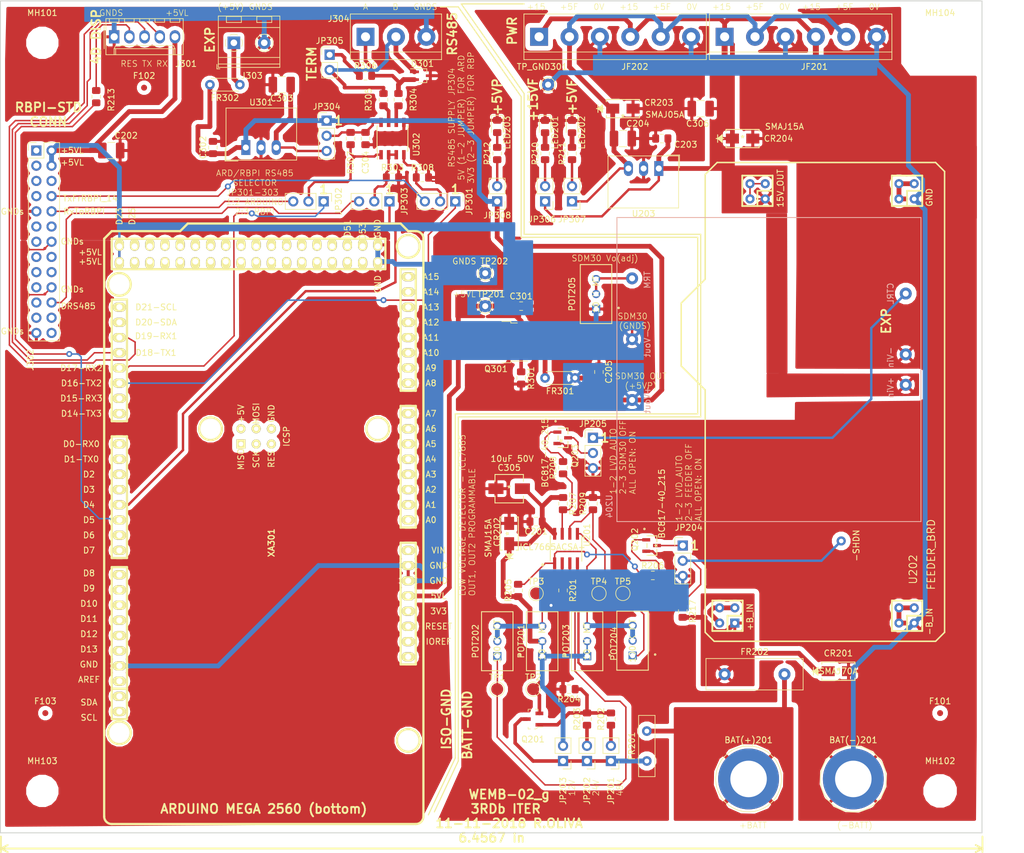
<source format=kicad_pcb>
(kicad_pcb (version 20171130) (host pcbnew "(5.0.0)")
  (title_block (title "WEMB_02f - Inicio Ruteo desde SCHEM") (date 2018-11-06) (company "UNPA+L&R ING / R.OLIVA CESE 2018"))
  (layers (0 F.Cu signal) (31 B.Cu signal) (34 B.Paste user) (35 F.Paste user) (36 B.SilkS user) (37 F.SilkS user) (38 B.Mask user) (39 F.Mask user) (44 Edge.Cuts user))
  (net 0 "")
  (net 1 /Power/BAT+)
  (net 2 Earth)
  (net 3 /Power/V+_Q_EMIT)
  (net 4 +15V)
  (net 5 +5F)
  (net 6 +5VP)
  (net 7 GNDS)
  (net 8 "Net-(C303-Pad1)")
  (net 9 "Net-(C304-Pad1)")
  (net 10 /Power/+B_FEED)
  (net 11 /DataComm/A_OUT)
  (net 12 "Net-(FR201-Pad1)")
  (net 13 "Net-(FR301-Pad2)")
  (net 14 "Net-(FR302-Pad1)")
  (net 15 /DataComm/RESET_4D)
  (net 16 /DataComm/TX1_DISP)
  (net 17 /DataComm/RX1_DISP)
  (net 18 "Net-(J302-Pad1)")
  (net 19 "Net-(J302-Pad3)")
  (net 20 "Net-(J302-Pad5)")
  (net 21 "Net-(J302-Pad6)")
  (net 22 "Net-(J302-Pad7)")
  (net 23 "/DataComm/TX_FROM_RBPI(TX0_14)")
  (net 24 /DataComm/RX_TO_RBPI)
  (net 25 "Net-(J302-Pad11)")
  (net 26 "Net-(J302-Pad12)")
  (net 27 "Net-(J302-Pad13)")
  (net 28 "Net-(J302-Pad15)")
  (net 29 "Net-(J302-Pad16)")
  (net 30 "Net-(J302-Pad17)")
  (net 31 "Net-(J302-Pad18)")
  (net 32 "Net-(J302-Pad19)")
  (net 33 "Net-(J302-Pad21)")
  (net 34 /DataComm/D485_RBPI)
  (net 35 "Net-(J302-Pad23)")
  (net 36 "Net-(J302-Pad24)")
  (net 37 "Net-(J302-Pad26)")
  (net 38 "Net-(JP201-Pad2)")
  (net 39 "Net-(JP202-Pad2)")
  (net 40 "Net-(JP204-Pad1)")
  (net 41 "Net-(JP204-Pad2)")
  (net 42 "Net-(JP205-Pad2)")
  (net 43 "Net-(JP205-Pad1)")
  (net 44 /DataComm/TX2_ARD)
  (net 45 "Net-(JP301-Pad2)")
  (net 46 "Net-(JP302-Pad2)")
  (net 47 /DataComm/RX2_ARD)
  (net 48 /DataComm/DIR_485_ARD)
  (net 49 /DataComm/D_485)
  (net 50 "Net-(JP305-Pad1)")
  (net 51 "Net-(LED201-Pad2)")
  (net 52 "Net-(LED202-Pad2)")
  (net 53 "Net-(LED203-Pad2)")
  (net 54 /Power/HYST1_IN)
  (net 55 /Power/SET1_IN)
  (net 56 /Power/HYST2_IN)
  (net 57 /Power/SET2_IN)
  (net 58 "Net-(POT205-Pad2)")
  (net 59 "Net-(Q201-Pad1)")
  (net 60 "Net-(Q202-Pad1)")
  (net 61 "Net-(Q203-Pad1)")
  (net 62 "Net-(Q301-Pad1)")
  (net 63 /Power/OUT1_SIG)
  (net 64 /Power/OUT2_SIG)
  (net 65 "Net-(R304-Pad2)")
  (net 66 /DataComm/B_OUT)
  (net 67 "Net-(XA301-Pad2)")
  (net 68 "Net-(XA301-Pad3)")
  (net 69 "Net-(XA301-Pad4)")
  (net 70 "Net-(XA301-Pad8)")
  (net 71 "Net-(XA301-Pad9)")
  (net 72 "Net-(XA301-Pad10)")
  (net 73 "Net-(XA301-Pad11)")
  (net 74 "Net-(XA301-Pad12)")
  (net 75 "Net-(XA301-Pad15)")
  (net 76 "Net-(XA301-Pad16)")
  (net 77 "Net-(XA301-Pad17)")
  (net 78 "Net-(XA301-Pad18)")
  (net 79 "Net-(XA301-Pad19)")
  (net 80 "Net-(XA301-Pad20)")
  (net 81 "Net-(XA301-Pad21)")
  (net 82 "Net-(XA301-Pad22)")
  (net 83 "Net-(XA301-Pad23)")
  (net 84 "Net-(XA301-Pad24)")
  (net 85 "Net-(XA301-Pad26)")
  (net 86 "Net-(XA301-Pad27)")
  (net 87 "Net-(XA301-Pad28)")
  (net 88 "Net-(XA301-Pad30)")
  (net 89 "Net-(XA301-Pad31)")
  (net 90 "Net-(XA301-Pad32)")
  (net 91 "Net-(XA301-Pad33)")
  (net 92 "Net-(XA301-Pad34)")
  (net 93 "Net-(XA301-Pad35)")
  (net 94 "Net-(XA301-Pad36)")
  (net 95 "Net-(XA301-Pad37)")
  (net 96 "Net-(XA301-Pad38)")
  (net 97 "Net-(XA301-Pad39)")
  (net 98 "Net-(XA301-Pad40)")
  (net 99 "Net-(XA301-Pad41)")
  (net 100 "Net-(XA301-Pad44)")
  (net 101 "Net-(XA301-Pad45)")
  (net 102 "Net-(XA301-Pad46)")
  (net 103 "Net-(XA301-Pad47)")
  (net 104 "Net-(XA301-Pad48)")
  (net 105 "Net-(XA301-Pad49)")
  (net 106 "Net-(XA301-Pad50)")
  (net 107 "Net-(XA301-Pad51)")
  (net 108 "Net-(XA301-Pad52)")
  (net 109 "Net-(XA301-Pad53)")
  (net 110 "Net-(XA301-Pad54)")
  (net 111 "Net-(XA301-Pad55)")
  (net 112 "Net-(XA301-Pad56)")
  (net 113 "Net-(XA301-Pad57)")
  (net 114 "Net-(XA301-Pad58)")
  (net 115 "Net-(XA301-Pad59)")
  (net 116 "Net-(XA301-Pad61)")
  (net 117 "Net-(XA301-Pad62)")
  (net 118 "Net-(XA301-Pad67)")
  (net 119 "Net-(XA301-Pad68)")
  (net 120 "Net-(XA301-Pad69)")
  (net 121 "Net-(XA301-Pad70)")
  (net 122 "Net-(XA301-Pad71)")
  (net 123 "Net-(XA301-Pad72)")
  (net 124 "Net-(XA301-Pad75)")
  (net 125 "Net-(XA301-Pad76)")
  (net 126 "Net-(XA301-Pad77)")
  (net 127 "Net-(XA301-Pad78)")
  (net 128 "Net-(XA301-Pad79)")
  (net 129 "Net-(XA301-Pad80)")
  (net 130 "Net-(XA301-Pad81)")
  (net 131 "Net-(XA301-Pad82)")
  (net 132 "Net-(XA301-Pad84)")
  (net 133 "Net-(XA301-Pad85)")
  (net 134 "Net-(XA301-Pad86)")
  (net 135 "Net-(XA301-Pad87)")
  (net 136 "Net-(XA301-Pad88)")
  (net 137 "Net-(XA301-Pad89)")
  (net 138 "Net-(XA301-Pad90)")
  (net 139 "Net-(XA301-Pad91)")
  (net 140 "Net-(XA301-Pad92)")
  (net 141 "Net-(XA301-Pad13)")
  (net 142 "Net-(XA301-Pad14)")
  (net 143 "Net-(R213-Pad2)")
  (net 144 +5VL)
  (net 145 "Net-(JP307-Pad2)")
  (net 146 "Net-(JP306-Pad2)")
  (net 147 "Net-(JP308-Pad2)")
  (net 148 "Net-(D301-Pad1)")
  (module TestPoint:TestPoint_THTPad_D2.0mm_Drill1.0mm (layer F.Cu) (at 152.5 35)
    (fp_text reference TP_GND301 (at -1 -3) (layer F.SilkS))
    (fp_text value TP2)
    (pad 1 thru_hole circle (at 0 0) (size 2 2) (drill 1) (layers *.Cu *.Mask) (net 2 Earth))
  )
  (module Capacitor_SMD:C_1210_3225Metric_Pad1.42x2.65mm_HandSolder (layer F.Cu) (at 79.5125 46)
    (fp_text reference C202 (at 2.4875 -2.5) (layer F.SilkS))
    (fp_text value "4.7uF 50V MLCC")
    (pad 1 smd roundrect (at -1.4875 0) (size 1.425 2.65) (layers F.Cu F.Paste F.Mask) (roundrect_rratio 0.175439) (net 144 +5VL))
    (pad 2 smd roundrect (at 1.4875 0) (size 1.425 2.65) (layers F.Cu F.Paste F.Mask) (roundrect_rratio 0.175439) (net 7 GNDS))
  )
  (module Fiducial:Fiducial_1mm_Dia_2mm_Outer (layer F.Cu) (at 68.5 140)
    (fp_text reference F103 (at 0 -2) (layer F.SilkS))
    (fp_text value Fiducial)
    (pad ~ smd circle (at 0 0) (size 1 1) (layers F.Cu F.Mask) (clearance 0.5))
  )
  (module TestPoint:TestPoint_THTPad_D2.0mm_Drill1.0mm (layer F.Cu) (at 142 72)
    (fp_text reference TP201 (at 1 -2) (layer F.SilkS))
    (fp_text value +5VLtp)
    (pad 1 thru_hole circle (at 0 0) (size 2 2) (drill 1) (layers *.Cu *.Mask) (net 144 +5VL))
  )
  (module TestPoint:TestPoint_THTPad_D2.0mm_Drill1.0mm (layer F.Cu) (at 142 66.5)
    (fp_text reference TP202 (at 1.5 -2) (layer F.SilkS))
    (fp_text value GNDS)
    (pad 1 thru_hole circle (at 0 0) (size 2 2) (drill 1) (layers *.Cu *.Mask) (net 7 GNDS))
  )
  (module Capacitor_SMD:C_1210_3225Metric_Pad1.42x2.65mm_HandSolder (layer F.Cu) (at 178 39 180)
    (fp_text reference C306 (at 0.5 -2.5 180) (layer F.SilkS))
    (fp_text value "10uF 50V")
    (pad 1 smd roundrect (at -1.4875 0 180) (size 1.425 2.65) (layers F.Cu F.Paste F.Mask) (roundrect_rratio 0.175439) (net 4 +15V))
    (pad 2 smd roundrect (at 1.4875 0 180) (size 1.425 2.65) (layers F.Cu F.Paste F.Mask) (roundrect_rratio 0.175439) (net 2 Earth))
  )
  (module Cp1footprints:EEE-1EA100WR (layer F.Cu) (at 146 102.5 180)
    (fp_text reference C305 (at 0 3.5 180) (layer F.SilkS))
    (fp_text value "10uF 50V" (at -0.5 5 180) (layer F.SilkS))
    (fp_text user * (at 0 0 180) (layer F.SilkS))
    (pad 1 smd rect (at -2.2098 0 180) (size 2.5146 1.778) (layers F.Cu F.Paste F.Mask) (net 3 /Power/V+_Q_EMIT))
    (pad 2 smd rect (at 2.2098 0 180) (size 2.5146 1.778) (layers F.Cu F.Paste F.Mask) (net 2 Earth))
  )
  (module User2:Global_feeder (layer F.Cu) (at 218.75 128 90)
    (fp_text reference U202 (at 12 -5.25 90) (layer F.SilkS) (effects (font (size 1.27 1.27))))
    (fp_text value FEEDER_BRD (at 14.5 -2.25 90) (layer F.SilkS) (effects (font (size 1.27 1.27))))
    (fp_text user -B_IN (at 3.302 -2.54 90) (layer F.SilkS))
    (fp_text user +B_IN (at 4.064 -32.512 90) (layer F.SilkS))
    (fp_text user -SHDN (at 16 -14.75 90) (layer F.SilkS))
    (fp_text user GND (at 74.168 -2.54 90) (layer F.SilkS))
    (fp_text user 15V_OUT (at 75.692 -27.432 90) (layer F.SilkS))
    (pad 1 thru_hole trapezoid (at 3.048 -35.052 90) (size 1.524 1.524) (drill 0.762) (layers *.Cu *.Mask) (net 10 /Power/+B_FEED))
    (pad 2 thru_hole circle (at 3.048 -5.08 90) (size 1.524 1.524) (drill 0.762) (layers *.Cu *.Mask) (net 2 Earth))
    (pad 3 thru_hole circle (at 16.764 -17.272 90) (size 1.524 1.524) (drill 0.762) (layers *.Cu *.Mask) (net 41 "Net-(JP204-Pad2)"))
    (pad 4 thru_hole circle (at 73.914 -29.972 90) (size 1.524 1.524) (drill 0.762) (layers *.Cu *.Mask) (net 4 +15V))
    (pad 5 thru_hole circle (at 73.914 -5.08 90) (size 1.524 1.524) (drill 0.762) (layers *.Cu *.Mask) (net 2 Earth))
    (pad 6 thru_hole circle (at 3.048 -37.592 90) (size 1.524 1.524) (drill 0.762) (layers *.Cu *.Mask))
    (pad 7 thru_hole circle (at 5.588 -37.592 90) (size 1.524 1.524) (drill 0.762) (layers *.Cu *.Mask))
    (pad 8 thru_hole circle (at 5.588 -35.052 90) (size 1.524 1.524) (drill 0.762) (layers *.Cu *.Mask))
    (pad 9 thru_hole circle (at 3.048 -7.62 90) (size 1.524 1.524) (drill 0.762) (layers *.Cu *.Mask))
    (pad 10 thru_hole circle (at 5.588 -7.62 90) (size 1.524 1.524) (drill 0.762) (layers *.Cu *.Mask))
    (pad 11 thru_hole circle (at 5.588 -5.08 90) (size 1.524 1.524) (drill 0.762) (layers *.Cu *.Mask))
    (pad 12 thru_hole circle (at 73.914 -7.62 90) (size 1.524 1.524) (drill 0.762) (layers *.Cu *.Mask))
    (pad 13 thru_hole circle (at 76.454 -7.62 90) (size 1.524 1.524) (drill 0.762) (layers *.Cu *.Mask))
    (pad 14 thru_hole circle (at 76.454 -5.08 90) (size 1.524 1.524) (drill 0.762) (layers *.Cu *.Mask))
    (pad 15 thru_hole circle (at 73.914 -32.512 90) (size 1.524 1.524) (drill 0.762) (layers *.Cu *.Mask))
    (pad 16 thru_hole circle (at 76.454 -32.512 90) (size 1.524 1.524) (drill 0.762) (layers *.Cu *.Mask))
    (pad 17 thru_hole circle (at 76.454 -29.972 90) (size 1.524 1.524) (drill 0.762) (layers *.Cu *.Mask))
  )
  (module Capacitor_THT:C_Disc_D10.0mm_W2.5mm_P5.00mm (layer F.Cu) (at 169 148 90)
    (fp_text reference FR201 (at 2.5 -2.5 90) (layer F.SilkS))
    (fp_text value "0.25 A")
    (pad 1 thru_hole circle (at 0 0 90) (size 1.6 1.6) (drill 0.8) (layers *.Cu *.Mask) (net 12 "Net-(FR201-Pad1)"))
    (pad 2 thru_hole circle (at 5 0 90) (size 1.6 1.6) (drill 0.8) (layers *.Cu *.Mask) (net 1 /Power/BAT+))
  )
  (module Connector:Banana_Jack_1Pin (layer F.Cu) (at 186 151)
    (fp_text reference "BAT(+)201" (at 0 -6.5) (layer F.SilkS))
    (fp_text value SCREW_TERM8191)
    (pad 1 thru_hole circle (at 0 0) (size 10.16 10.16) (drill 6.1) (layers *.Cu *.Mask) (net 1 /Power/BAT+))
  )
  (module Connector:Banana_Jack_1Pin (layer F.Cu) (at 203.5 151)
    (fp_text reference "BAT(-)201" (at 0 -6.5) (layer F.SilkS))
    (fp_text value SCREW_TERM8191)
    (pad 1 thru_hole circle (at 0 0) (size 10.16 10.16) (drill 6.1) (layers *.Cu *.Mask) (net 2 Earth))
  )
  (module Connector_PinHeader_2.54mm:PinHeader_1x02_P2.54mm_Vertical (layer F.Cu) (at 144 54.5 180)
    (fp_text reference JP308 (at 0 -2.33 180) (layer F.SilkS))
    (fp_text value Jumper_2_Open)
    (pad 1 thru_hole rect (at 0 0 180) (size 1.7 1.7) (drill 1) (layers *.Cu *.Mask) (net 6 +5VP))
    (pad 2 thru_hole oval (at 0 2.54 180) (size 1.7 1.7) (drill 1) (layers *.Cu *.Mask) (net 147 "Net-(JP308-Pad2)"))
  )
  (module Connector_PinHeader_2.54mm:PinHeader_1x02_P2.54mm_Vertical (layer F.Cu) (at 156.5 54.5 180)
    (fp_text reference JP307 (at 0 -3 180) (layer F.SilkS))
    (fp_text value Jumper_2_Open)
    (pad 2 thru_hole oval (at 0 2.54 180) (size 1.7 1.7) (drill 1) (layers *.Cu *.Mask) (net 145 "Net-(JP307-Pad2)"))
    (pad 1 thru_hole rect (at 0 0 180) (size 1.7 1.7) (drill 1) (layers *.Cu *.Mask) (net 5 +5F))
  )
  (module Connector_PinHeader_2.54mm:PinHeader_1x02_P2.54mm_Vertical (layer F.Cu) (at 152 54.5 180)
    (fp_text reference JP306 (at 0.5 -3 180) (layer F.SilkS))
    (fp_text value Jumper_2_Open)
    (pad 1 thru_hole rect (at 0 0 180) (size 1.7 1.7) (drill 1) (layers *.Cu *.Mask) (net 4 +15V))
    (pad 2 thru_hole oval (at 0 2.54 180) (size 1.7 1.7) (drill 1) (layers *.Cu *.Mask) (net 146 "Net-(JP306-Pad2)"))
  )
  (module Fiducial:Fiducial_1mm_Dia_2mm_Outer (layer F.Cu) (at 85 35.5)
    (fp_text reference F102 (at 0 -2) (layer F.SilkS))
    (fp_text value Fiducial)
    (pad ~ smd circle (at 0 0) (size 1 1) (layers F.Cu F.Mask) (clearance 0.5))
  )
  (module Fiducial:Fiducial_1mm_Dia_2mm_Outer (layer F.Cu) (at 218 140)
    (fp_text reference F101 (at 0 -2) (layer F.SilkS))
    (fp_text value Fiducial)
    (pad ~ smd circle (at 0 0) (size 1 1) (layers F.Cu F.Mask) (clearance 0.5))
  )
  (module MountingHole:MountingHole_4mm (layer F.Cu) (at 218 153)
    (fp_text reference MH102 (at 0 -5) (layer F.SilkS))
    (fp_text value MH4mm)
    (pad 1 np_thru_hole circle (at 0 0) (size 4 4) (drill 4) (layers *.Cu *.Mask))
  )
  (module MountingHole:MountingHole_4mm (layer F.Cu) (at 218 28)
    (fp_text reference MH104 (at 0 -5) (layer F.SilkS))
    (fp_text value MH4mm)
    (pad 1 np_thru_hole circle (at 0 0) (size 4 4) (drill 4) (layers *.Cu *.Mask))
  )
  (module MountingHole:MountingHole_4mm (layer F.Cu) (at 68 153)
    (fp_text reference MH103 (at 0 -5) (layer F.SilkS))
    (fp_text value MH4mm)
    (pad 1 np_thru_hole circle (at 0 0) (size 4 4) (drill 4) (layers *.Cu *.Mask))
  )
  (module MountingHole:MountingHole_4mm (layer F.Cu) (at 68 28)
    (fp_text reference MH101 (at 0 -5) (layer F.SilkS))
    (fp_text value MH4mm)
    (pad 1 np_thru_hole circle (at 0 0) (size 4 4) (drill 4) (layers *.Cu *.Mask))
  )
  (module TestPoint:TestPoint_Pad_D2.0mm (layer F.Cu) (at 144 136)
    (fp_text reference TP1 (at 0 -1.998) (layer F.SilkS))
    (fp_text value TP1)
    (pad 1 smd circle (at 0 0) (size 2 2) (layers F.Cu F.Mask) (net 55 /Power/SET1_IN))
  )
  (module TestPoint:TestPoint_Pad_D2.0mm (layer F.Cu) (at 150 136)
    (fp_text reference TP2 (at 0 -1.998) (layer F.SilkS))
    (fp_text value TP2)
    (pad 1 smd circle (at 0 0) (size 2 2) (layers F.Cu F.Mask) (net 3 /Power/V+_Q_EMIT))
  )
  (module TestPoint:TestPoint_Pad_D2.0mm (layer F.Cu) (at 150.5 120)
    (fp_text reference TP3 (at 0 -1.998) (layer F.SilkS))
    (fp_text value TP2)
    (pad 1 smd circle (at 0 0) (size 2 2) (layers F.Cu F.Mask) (net 54 /Power/HYST1_IN))
  )
  (module TestPoint:TestPoint_Pad_D2.0mm (layer F.Cu) (at 161 120)
    (fp_text reference TP4 (at 0 -1.998) (layer F.SilkS))
    (fp_text value TP2)
    (pad 1 smd circle (at 0 0) (size 2 2) (layers F.Cu F.Mask) (net 56 /Power/HYST2_IN))
  )
  (module TestPoint:TestPoint_Pad_D2.0mm (layer F.Cu) (at 165 120)
    (fp_text reference TP5 (at 0 -1.998) (layer F.SilkS))
    (fp_text value TP2)
    (pad 1 smd circle (at 0 0) (size 2 2) (layers F.Cu F.Mask) (net 57 /Power/SET2_IN))
  )
  (module Resistor_SMD:R_0805_2012Metric_Pad1.15x1.40mm_HandSolder (layer F.Cu) (at 77 37 270)
    (fp_text reference R213 (at 0.525 -2.5 270) (layer F.SilkS))
    (fp_text value 1K)
    (pad 1 smd roundrect (at -1.025 0 270) (size 1.15 1.4) (layers F.Cu F.Paste F.Mask) (roundrect_rratio 0.217391) (net 15 /DataComm/RESET_4D))
    (pad 2 smd roundrect (at 1.025 0 270) (size 1.15 1.4) (layers F.Cu F.Paste F.Mask) (roundrect_rratio 0.217391) (net 143 "Net-(R213-Pad2)"))
  )
  (module PowerMod:POWER_SDM1b (layer B.Cu) (at 164 108 90)
    (fp_text reference U204 (at 2.54 -1.27 90) (layer B.SilkS) (effects (justify mirror)))
    (fp_text value SDM30-125S)
    (fp_text user +Vin (at 22.352 45.72 90) (layer B.SilkS) (effects (justify mirror)))
    (fp_text user -Vin (at 27.432 45.72 90) (layer B.SilkS) (effects (justify mirror)))
    (fp_text user CTRL (at 38.1 45.72 90) (layer B.SilkS) (effects (justify mirror)))
    (fp_text user +Vout (at 20.32 5.08 90) (layer B.SilkS) (effects (justify mirror)))
    (fp_text user -Vout (at 29.718 5.08 90) (layer B.SilkS) (effects (justify mirror)))
    (fp_text user TRM (at 40.386 5.08 90) (layer B.SilkS) (effects (justify mirror)))
    (pad 4 thru_hole circle (at 38.1 48.26 90) (size 2 2) (drill 1) (layers *.Cu *.Mask) (net 43 "Net-(JP205-Pad1)"))
    (pad 1 thru_hole circle (at 22.86 48.26 90) (size 2 2) (drill 1) (layers *.Cu *.Mask) (net 4 +15V))
    (pad 2 thru_hole circle (at 27.94 48.26 90) (size 2 2) (drill 1) (layers *.Cu *.Mask) (net 2 Earth))
    (pad 7 thru_hole circle (at 30.48 2.54 90) (size 2 2) (drill 1) (layers *.Cu *.Mask) (net 7 GNDS))
    (pad 6 thru_hole circle (at 20.32 2.54 90) (size 2 2) (drill 1) (layers *.Cu *.Mask) (net 6 +5VP))
    (pad 8 thru_hole circle (at 40.64 2.54 90) (size 2 2) (drill 1) (layers *.Cu *.Mask) (net 58 "Net-(POT205-Pad2)"))
  )
  (module User:arduino_mega_header (layer F.Cu) (at 105 109 90)
    (fp_text reference XA301 (at -2.54 1.27 90) (layer F.SilkS) (effects (font (size 1.016 1.016) (thickness 0.2032))))
    (fp_text value Arduino_Mega2560_Shield hide)
    (fp_text user "" (at -1.27 -1.27 90) (layer F.SilkS))
    (fp_text user IOREF (at -19.05 29.21 180) (layer F.SilkS))
    (fp_text user RESET (at -16.51 29.21 180) (layer F.SilkS))
    (fp_text user 3V3 (at -13.97 29.21 180) (layer F.SilkS))
    (fp_text user GND (at -8.89 29.21 180) (layer F.SilkS))
    (fp_text user 5VL (at -11.43 29.21 180) (layer F.SilkS))
    (fp_text user GND (at -6.35 29.21 180) (layer F.SilkS))
    (fp_text user VIN (at -3.81 29.21 180) (layer F.SilkS))
    (fp_text user A0 (at 1.27 27.94 180) (layer F.SilkS))
    (fp_text user A1 (at 3.81 27.94 180) (layer F.SilkS))
    (fp_text user A2 (at 6.35 27.94 180) (layer F.SilkS))
    (fp_text user A3 (at 8.89 27.94 180) (layer F.SilkS))
    (fp_text user A4 (at 11.43 27.94 180) (layer F.SilkS))
    (fp_text user A5 (at 13.97 27.94 180) (layer F.SilkS))
    (fp_text user A6 (at 16.51 27.94 180) (layer F.SilkS))
    (fp_text user A7 (at 19.05 27.94 180) (layer F.SilkS))
    (fp_text user A8 (at 24.13 27.94 180) (layer F.SilkS))
    (fp_text user A9 (at 26.67 27.94 180) (layer F.SilkS))
    (fp_text user A10 (at 29.21 27.94 180) (layer F.SilkS))
    (fp_text user A11 (at 31.75 27.94 180) (layer F.SilkS))
    (fp_text user A12 (at 34.29 27.94 180) (layer F.SilkS))
    (fp_text user A13 (at 36.83 27.94 180) (layer F.SilkS))
    (fp_text user A14 (at 39.37 27.94 180) (layer F.SilkS))
    (fp_text user A15 (at 41.91 27.94 180) (layer F.SilkS))
    (fp_text user SCL (at -31.75 -29.21 180) (layer F.SilkS))
    (fp_text user SDA (at -29.21 -29.21 180) (layer F.SilkS))
    (fp_text user AREF (at -25.4 -29.21 180) (layer F.SilkS))
    (fp_text user GND (at -22.86 -29.21 180) (layer F.SilkS))
    (fp_text user D13 (at -20.32 -29.21 180) (layer F.SilkS))
    (fp_text user D12 (at -17.78 -29.21 180) (layer F.SilkS))
    (fp_text user D11 (at -15.24 -29.21 180) (layer F.SilkS))
    (fp_text user D10 (at -12.7 -29.21 180) (layer F.SilkS))
    (fp_text user D9 (at -10.16 -29.21 180) (layer F.SilkS))
    (fp_text user D8 (at -7.62 -29.21 180) (layer F.SilkS))
    (fp_text user D7 (at -3.81 -29.21 180) (layer F.SilkS))
    (fp_text user D6 (at -1.27 -29.21 180) (layer F.SilkS))
    (fp_text user D5 (at 1.27 -29.21 180) (layer F.SilkS))
    (fp_text user D4 (at 3.81 -29.21 180) (layer F.SilkS))
    (fp_text user D3 (at 6.35 -29.21 180) (layer F.SilkS))
    (fp_text user D2 (at 8.89 -29.21 180) (layer F.SilkS))
    (fp_text user D1-TX0 (at 11.43 -30.48 180) (layer F.SilkS))
    (fp_text user D0-RX0 (at 13.97 -30.48 180) (layer F.SilkS))
    (fp_text user D14-TX3 (at 19.05 -30.48 180) (layer F.SilkS))
    (fp_text user D15-RX3 (at 21.59 -30.48 180) (layer F.SilkS))
    (fp_text user D16-TX2 (at 24.13 -30.48 180) (layer F.SilkS))
    (fp_text user D17-RX2 (at 26.67 -30.48 180) (layer F.SilkS))
    (fp_text user D18-TX1 (at 29.21 -18 180) (layer F.SilkS))
    (fp_text user D19-RX1 (at 32 -18 180) (layer F.SilkS))
    (fp_text user D20-SDA (at 34.29 -18 180) (layer F.SilkS))
    (fp_text user D21-SCL (at 36.83 -18 180) (layer F.SilkS))
    (fp_text user +5VL (at 44.45 -29 180) (layer F.SilkS))
    (fp_text user +5VL (at 46 -29 180) (layer F.SilkS))
    (fp_text user D23 (at 52 -24.13 270) (layer F.SilkS))
    (fp_text user D25 (at 52 -22 270) (layer F.SilkS))
    (fp_text user D51 (at 50 14 270) (layer F.SilkS))
    (fp_text user D53 (at 49.5 16.51 270) (layer F.SilkS))
    (fp_text user GND (at 50 19 270) (layer F.SilkS))
    (fp_text user GND (at 40.64 19.05 270) (layer F.SilkS))
    (fp_text user +5V (at 19.05 -3.81 270) (layer F.SilkS))
    (fp_text user GND (at 19.05 1.27 270) (layer F.SilkS))
    (fp_text user MISO (at 11.43 -3.81 270) (layer F.SilkS))
    (fp_text user SCK (at 11.43 -1.27 270) (layer F.SilkS))
    (fp_text user RES (at 11.43 1.27 270) (layer F.SilkS))
    (fp_text user MOSI (at 19.05 -1.27 270) (layer F.SilkS))
    (fp_text user ICSP (at 15.24 3.81 270) (layer F.SilkS))
    (pad 1 thru_hole oval (at -21.59 24.13 90) (size 1.524 2.19964) (drill 1.00076) (layers *.Cu *.Mask F.SilkS))
    (pad 2 thru_hole oval (at -19.05 24.13 90) (size 1.524 2.19964) (drill 1.00076) (layers *.Cu *.Mask F.SilkS) (net 67 "Net-(XA301-Pad2)"))
    (pad 3 thru_hole oval (at -16.51 24.13 90) (size 1.524 2.19964) (drill 1.00076) (layers *.Cu *.Mask F.SilkS) (net 68 "Net-(XA301-Pad3)"))
    (pad 4 thru_hole oval (at -13.97 24.13 90) (size 1.524 2.19964) (drill 1.00076) (layers *.Cu *.Mask F.SilkS) (net 69 "Net-(XA301-Pad4)"))
    (pad 5 thru_hole oval (at -11.43 24.13 90) (size 1.524 2.19964) (drill 1.00076) (layers *.Cu *.Mask F.SilkS) (net 144 +5VL))
    (pad 6 thru_hole oval (at -8.89 24.13 90) (size 1.524 2.19964) (drill 1.00076) (layers *.Cu *.Mask F.SilkS) (net 7 GNDS))
    (pad 7 thru_hole oval (at -6.35 24.13 90) (size 1.524 2.19964) (drill 1.00076) (layers *.Cu *.Mask F.SilkS) (net 7 GNDS))
    (pad 8 thru_hole oval (at -3.81 24.13 90) (size 1.524 2.19964) (drill 1.00076) (layers *.Cu *.Mask F.SilkS) (net 70 "Net-(XA301-Pad8)"))
    (pad 9 thru_hole oval (at 1.27 24.13 90) (size 1.524 2.19964) (drill 1.00076) (layers *.Cu *.Mask F.SilkS) (net 71 "Net-(XA301-Pad9)"))
    (pad 10 thru_hole oval (at 3.81 24.13 90) (size 1.524 2.19964) (drill 1.00076) (layers *.Cu *.Mask F.SilkS) (net 72 "Net-(XA301-Pad10)"))
    (pad 11 thru_hole oval (at 6.35 24.13 90) (size 1.524 2.19964) (drill 1.00076) (layers *.Cu *.Mask F.SilkS) (net 73 "Net-(XA301-Pad11)"))
    (pad 12 thru_hole oval (at 8.89 24.13 90) (size 1.524 2.19964) (drill 1.00076) (layers *.Cu *.Mask F.SilkS) (net 74 "Net-(XA301-Pad12)"))
    (pad 13 thru_hole oval (at 11.43 24.13 90) (size 1.524 2.19964) (drill 1.00076) (layers *.Cu *.Mask F.SilkS) (net 141 "Net-(XA301-Pad13)"))
    (pad 14 thru_hole oval (at 13.97 24.13 90) (size 1.524 2.19964) (drill 1.00076) (layers *.Cu *.Mask F.SilkS) (net 142 "Net-(XA301-Pad14)"))
    (pad 15 thru_hole oval (at 16.51 24.13 90) (size 1.524 2.19964) (drill 1.00076) (layers *.Cu *.Mask F.SilkS) (net 75 "Net-(XA301-Pad15)"))
    (pad 16 thru_hole oval (at 19.05 24.13 90) (size 1.524 2.19964) (drill 1.00076) (layers *.Cu *.Mask F.SilkS) (net 76 "Net-(XA301-Pad16)"))
    (pad 17 thru_hole oval (at 24.13 24.13 90) (size 1.524 2.19964) (drill 1.00076) (layers *.Cu *.Mask F.SilkS) (net 77 "Net-(XA301-Pad17)"))
    (pad 18 thru_hole oval (at 26.67 24.13 90) (size 1.524 2.19964) (drill 1.00076) (layers *.Cu *.Mask F.SilkS) (net 78 "Net-(XA301-Pad18)"))
    (pad 19 thru_hole oval (at 29.21 24.13 90) (size 1.524 2.19964) (drill 1.00076) (layers *.Cu *.Mask F.SilkS) (net 79 "Net-(XA301-Pad19)"))
    (pad 20 thru_hole oval (at 31.75 24.13 90) (size 1.524 2.1971) (drill 1.00076) (layers *.Cu *.Mask F.SilkS) (net 80 "Net-(XA301-Pad20)"))
    (pad 21 thru_hole oval (at 34.29 24.13 90) (size 1.524 2.1971) (drill 1.00076) (layers *.Cu *.Mask F.SilkS) (net 81 "Net-(XA301-Pad21)"))
    (pad 22 thru_hole oval (at 36.83 24.13 90) (size 1.524 2.1971) (drill 1.00076) (layers *.Cu *.Mask F.SilkS) (net 82 "Net-(XA301-Pad22)"))
    (pad 23 thru_hole oval (at 39.37 24.13 90) (size 1.524 2.1971) (drill 1.00076) (layers *.Cu *.Mask F.SilkS) (net 83 "Net-(XA301-Pad23)"))
    (pad 24 thru_hole oval (at 41.91 24.13 90) (size 1.524 2.1971) (drill 1.00076) (layers *.Cu *.Mask F.SilkS) (net 84 "Net-(XA301-Pad24)"))
    (pad "" np_thru_hole circle (at -35.56 24.13 90) (size 3.19786 3.19786) (drill 3.19786) (layers *.Cu *.Mask F.SilkS))
    (pad "" np_thru_hole circle (at 16.51 19.05 90) (size 3.19786 3.19786) (drill 3.19786) (layers *.Cu *.Mask F.SilkS))
    (pad "" np_thru_hole circle (at 46.99 24.13 90) (size 3.19786 3.19786) (drill 3.19786) (layers *.Cu *.Mask F.SilkS))
    (pad 25 thru_hole oval (at 44.45 19.05 90) (size 1.99898 1.53924) (drill 1.00076 (offset -0.24892 0)) (layers *.Cu *.Mask F.SilkS) (net 7 GNDS))
    (pad 26 thru_hole oval (at 44.45 16.51 90) (size 1.99898 1.53924) (drill 1.00076 (offset -0.24892 0)) (layers *.Cu *.Mask F.SilkS) (net 85 "Net-(XA301-Pad26)"))
    (pad 27 thru_hole oval (at 44.45 13.97 90) (size 1.99898 1.53924) (drill 1.00076 (offset -0.24892 0)) (layers *.Cu *.Mask F.SilkS) (net 86 "Net-(XA301-Pad27)"))
    (pad 28 thru_hole oval (at 44.45 11.43 90) (size 1.99898 1.53924) (drill 1.00076 (offset -0.24892 0)) (layers *.Cu *.Mask F.SilkS) (net 87 "Net-(XA301-Pad28)"))
    (pad 29 thru_hole oval (at 44.45 8.89 90) (size 1.99898 1.53924) (drill 1.00076 (offset -0.24892 0)) (layers *.Cu *.Mask F.SilkS))
    (pad 30 thru_hole oval (at 44.45 6.35 90) (size 1.99898 1.53924) (drill 1.00076 (offset -0.24892 0)) (layers *.Cu *.Mask F.SilkS) (net 88 "Net-(XA301-Pad30)"))
    (pad 31 thru_hole oval (at 44.45 3.81 90) (size 1.99898 1.53924) (drill 1.00076 (offset -0.24892 0)) (layers *.Cu *.Mask F.SilkS) (net 89 "Net-(XA301-Pad31)"))
    (pad 32 thru_hole oval (at 44.45 1.27 90) (size 1.99898 1.53924) (drill 1.00076 (offset -0.24892 0)) (layers *.Cu *.Mask F.SilkS) (net 90 "Net-(XA301-Pad32)"))
    (pad 33 thru_hole oval (at 44.45 -1.27 90) (size 1.99898 1.53924) (drill 1.00076 (offset -0.24892 0)) (layers *.Cu *.Mask F.SilkS) (net 91 "Net-(XA301-Pad33)"))
    (pad 34 thru_hole oval (at 44.45 -3.81 90) (size 1.99898 1.53924) (drill 1.00076 (offset -0.24892 0)) (layers *.Cu *.Mask F.SilkS) (net 92 "Net-(XA301-Pad34)"))
    (pad 35 thru_hole oval (at 44.45 -6.35 90) (size 1.99898 1.53924) (drill 1.00076 (offset -0.24892 0)) (layers *.Cu *.Mask F.SilkS) (net 93 "Net-(XA301-Pad35)"))
    (pad 36 thru_hole oval (at 44.45 -8.89 90) (size 1.99898 1.53924) (drill 1.00076 (offset -0.24892 0)) (layers *.Cu *.Mask F.SilkS) (net 94 "Net-(XA301-Pad36)"))
    (pad 37 thru_hole oval (at 44.45 -11.43 90) (size 1.99898 1.53924) (drill 1.00076 (offset -0.24892 0)) (layers *.Cu *.Mask F.SilkS) (net 95 "Net-(XA301-Pad37)"))
    (pad 38 thru_hole oval (at 44.45 -13.97 90) (size 1.99898 1.53924) (drill 1.00076 (offset -0.24892 0)) (layers *.Cu *.Mask F.SilkS) (net 96 "Net-(XA301-Pad38)"))
    (pad 39 thru_hole oval (at 44.45 -16.51 90) (size 1.99898 1.53924) (drill 1.00076 (offset -0.24892 0)) (layers *.Cu *.Mask F.SilkS) (net 97 "Net-(XA301-Pad39)"))
    (pad 40 thru_hole oval (at 44.45 -19.05 90) (size 1.99898 1.53924) (drill 1.00076 (offset -0.24892 0)) (layers *.Cu *.Mask F.SilkS) (net 98 "Net-(XA301-Pad40)"))
    (pad 41 thru_hole oval (at 44.45 -21.59 90) (size 1.99898 1.53924) (drill 1.00076 (offset -0.24892 0)) (layers *.Cu *.Mask F.SilkS) (net 99 "Net-(XA301-Pad41)"))
    (pad 42 thru_hole oval (at 44.45 -24.13 90) (size 1.99898 1.53924) (drill 1.00076 (offset -0.24892 0)) (layers *.Cu *.Mask F.SilkS) (net 144 +5VL))
    (pad 43 thru_hole oval (at 46.99 19.05 90) (size 1.99898 1.5367) (drill 1.00076 (offset 0.24638 0)) (layers *.Cu *.Mask F.SilkS) (net 7 GNDS))
    (pad 44 thru_hole oval (at 46.99 16.51 90) (size 1.99898 1.5367) (drill 1.00076 (offset 0.24638 0)) (layers *.Cu *.Mask F.SilkS) (net 100 "Net-(XA301-Pad44)"))
    (pad 45 thru_hole oval (at 46.99 13.97 90) (size 1.99898 1.5367) (drill 1.00076 (offset 0.24638 0)) (layers *.Cu *.Mask F.SilkS) (net 101 "Net-(XA301-Pad45)"))
    (pad 46 thru_hole oval (at 46.99 11.43 90) (size 1.99898 1.5367) (drill 1.00076 (offset 0.24638 0)) (layers *.Cu *.Mask F.SilkS) (net 102 "Net-(XA301-Pad46)"))
    (pad 47 thru_hole oval (at 46.99 8.89 90) (size 1.99898 1.5367) (drill 1.00076 (offset 0.24638 0)) (layers *.Cu *.Mask F.SilkS) (net 103 "Net-(XA301-Pad47)"))
    (pad 48 thru_hole oval (at 46.99 6.35 90) (size 1.99898 1.5367) (drill 1.00076 (offset 0.24638 0)) (layers *.Cu *.Mask F.SilkS) (net 104 "Net-(XA301-Pad48)"))
    (pad 49 thru_hole oval (at 46.99 3.81 90) (size 1.99898 1.5367) (drill 1.00076 (offset 0.24638 0)) (layers *.Cu *.Mask F.SilkS) (net 105 "Net-(XA301-Pad49)"))
    (pad 50 thru_hole oval (at 46.99 1.27 90) (size 1.99898 1.5367) (drill 1.00076 (offset 0.24638 0)) (layers *.Cu *.Mask F.SilkS) (net 106 "Net-(XA301-Pad50)"))
    (pad 51 thru_hole oval (at 46.99 -1.27 90) (size 1.99898 1.5367) (drill 1.00076 (offset 0.24638 0)) (layers *.Cu *.Mask F.SilkS) (net 107 "Net-(XA301-Pad51)"))
    (pad 52 thru_hole oval (at 46.99 -3.81 90) (size 1.99898 1.5367) (drill 1.00076 (offset 0.24638 0)) (layers *.Cu *.Mask F.SilkS) (net 108 "Net-(XA301-Pad52)"))
    (pad 53 thru_hole oval (at 46.99 -6.35 90) (size 1.99898 1.5367) (drill 1.00076 (offset 0.24638 0)) (layers *.Cu *.Mask F.SilkS) (net 109 "Net-(XA301-Pad53)"))
    (pad 54 thru_hole oval (at 46.99 -8.89 90) (size 1.99898 1.5367) (drill 1.00076 (offset 0.24638 0)) (layers *.Cu *.Mask F.SilkS) (net 110 "Net-(XA301-Pad54)"))
    (pad 55 thru_hole oval (at 46.99 -11.43 90) (size 1.99898 1.5367) (drill 1.00076 (offset 0.24638 0)) (layers *.Cu *.Mask F.SilkS) (net 111 "Net-(XA301-Pad55)"))
    (pad 56 thru_hole oval (at 46.99 -13.97 90) (size 1.99898 1.5367) (drill 1.00076 (offset 0.24638 0)) (layers *.Cu *.Mask F.SilkS) (net 112 "Net-(XA301-Pad56)"))
    (pad 57 thru_hole oval (at 46.99 -16.51 90) (size 1.99898 1.5367) (drill 1.00076 (offset 0.24638 0)) (layers *.Cu *.Mask F.SilkS) (net 113 "Net-(XA301-Pad57)"))
    (pad 58 thru_hole oval (at 46.99 -19.05 90) (size 1.99898 1.5367) (drill 1.00076 (offset 0.24638 0)) (layers *.Cu *.Mask F.SilkS) (net 114 "Net-(XA301-Pad58)"))
    (pad 59 thru_hole oval (at 46.99 -21.59 90) (size 1.99898 1.5367) (drill 1.00076 (offset 0.24638 0)) (layers *.Cu *.Mask F.SilkS) (net 115 "Net-(XA301-Pad59)"))
    (pad 60 thru_hole oval (at 46.99 -24.13 90) (size 1.99898 1.5367) (drill 1.00076 (offset 0.24638 0)) (layers *.Cu *.Mask F.SilkS) (net 144 +5VL))
    (pad 61 thru_hole oval (at 36.83 -24.13 90) (size 1.524 2.1971) (drill 1.00076) (layers *.Cu *.Mask F.SilkS) (net 116 "Net-(XA301-Pad61)"))
    (pad 62 thru_hole oval (at 34.29 -24.13 90) (size 1.524 2.1971) (drill 1.00076) (layers *.Cu *.Mask F.SilkS) (net 117 "Net-(XA301-Pad62)"))
    (pad 63 thru_hole oval (at 31.75 -24.13 90) (size 1.524 2.1971) (drill 1.00076) (layers *.Cu *.Mask F.SilkS) (net 17 /DataComm/RX1_DISP))
    (pad 64 thru_hole oval (at 29.21 -24.13 90) (size 1.524 2.1971) (drill 1.00076) (layers *.Cu *.Mask F.SilkS) (net 16 /DataComm/TX1_DISP))
    (pad 65 thru_hole oval (at 26.67 -24.13 90) (size 1.524 2.1971) (drill 1.00076) (layers *.Cu *.Mask F.SilkS) (net 47 /DataComm/RX2_ARD))
    (pad 66 thru_hole oval (at 24.13 -24.13 90) (size 1.524 2.1971) (drill 1.00076) (layers *.Cu *.Mask F.SilkS) (net 44 /DataComm/TX2_ARD))
    (pad 67 thru_hole oval (at 21.59 -24.13 90) (size 1.524 2.1971) (drill 1.00076) (layers *.Cu *.Mask F.SilkS) (net 118 "Net-(XA301-Pad67)"))
    (pad 68 thru_hole oval (at 19.05 -24.13 90) (size 1.524 2.1971) (drill 1.00076) (layers *.Cu *.Mask F.SilkS) (net 119 "Net-(XA301-Pad68)"))
    (pad 69 thru_hole oval (at 13.97 -24.13 90) (size 1.524 2.1971) (drill 1.00076) (layers *.Cu *.Mask F.SilkS) (net 120 "Net-(XA301-Pad69)"))
    (pad 70 thru_hole oval (at 11.43 -24.13 90) (size 1.524 2.1971) (drill 1.00076) (layers *.Cu *.Mask F.SilkS) (net 121 "Net-(XA301-Pad70)"))
    (pad 71 thru_hole oval (at 8.89 -24.13 90) (size 1.524 2.1971) (drill 1.00076) (layers *.Cu *.Mask F.SilkS) (net 122 "Net-(XA301-Pad71)"))
    (pad 72 thru_hole oval (at 6.35 -24.13 90) (size 1.524 2.1971) (drill 1.00076) (layers *.Cu *.Mask F.SilkS) (net 123 "Net-(XA301-Pad72)"))
    (pad 73 thru_hole oval (at 3.81 -24.13 90) (size 1.524 2.1971) (drill 1.00076) (layers *.Cu *.Mask F.SilkS) (net 48 /DataComm/DIR_485_ARD))
    (pad 74 thru_hole oval (at 1.27 -24.13 90) (size 1.524 2.1971) (drill 1.00076) (layers *.Cu *.Mask F.SilkS) (net 143 "Net-(R213-Pad2)"))
    (pad 75 thru_hole oval (at -1.27 -24.13 90) (size 1.524 2.1971) (drill 1.00076) (layers *.Cu *.Mask F.SilkS) (net 124 "Net-(XA301-Pad75)"))
    (pad 76 thru_hole oval (at -3.81 -24.13 90) (size 1.524 2.1971) (drill 1.00076) (layers *.Cu *.Mask F.SilkS) (net 125 "Net-(XA301-Pad76)"))
    (pad 77 thru_hole oval (at -7.874 -24.13 90) (size 1.524 2.1971) (drill 1.00076) (layers *.Cu *.Mask F.SilkS) (net 126 "Net-(XA301-Pad77)"))
    (pad 78 thru_hole oval (at -10.414 -24.13 90) (size 1.524 2.1971) (drill 1.00076) (layers *.Cu *.Mask F.SilkS) (net 127 "Net-(XA301-Pad78)"))
    (pad 79 thru_hole oval (at -12.954 -24.13 90) (size 1.524 2.1971) (drill 1.00076) (layers *.Cu *.Mask F.SilkS) (net 128 "Net-(XA301-Pad79)"))
    (pad 80 thru_hole oval (at -15.494 -24.13 90) (size 1.524 2.1971) (drill 1.00076) (layers *.Cu *.Mask F.SilkS) (net 129 "Net-(XA301-Pad80)"))
    (pad 81 thru_hole oval (at -18.034 -24.13 90) (size 1.524 2.1971) (drill 1.00076) (layers *.Cu *.Mask F.SilkS) (net 130 "Net-(XA301-Pad81)"))
    (pad 82 thru_hole oval (at -20.574 -24.13 90) (size 1.524 2.1971) (drill 1.00076) (layers *.Cu *.Mask F.SilkS) (net 131 "Net-(XA301-Pad82)"))
    (pad 83 thru_hole oval (at -23.114 -24.13 90) (size 1.524 2.1971) (drill 1.00076) (layers *.Cu *.Mask F.SilkS) (net 7 GNDS))
    (pad 84 thru_hole oval (at -25.654 -24.13 90) (size 1.524 2.1971) (drill 1.00076) (layers *.Cu *.Mask F.SilkS) (net 132 "Net-(XA301-Pad84)"))
    (pad "" np_thru_hole circle (at 40.64 -24.13 90) (size 3.19786 3.19786) (drill 3.19786) (layers *.Cu *.Mask F.SilkS))
    (pad "" np_thru_hole circle (at -34.29 -24.13 90) (size 3.19786 3.19786) (drill 3.19786) (layers *.Cu *.Mask F.SilkS))
    (pad 85 thru_hole oval (at -28.194 -24.13 90) (size 1.524 2.1971) (drill 1.00076) (layers *.Cu *.Mask F.SilkS) (net 133 "Net-(XA301-Pad85)"))
    (pad 86 thru_hole oval (at -30.734 -24.13 90) (size 1.524 2.1971) (drill 1.00076) (layers *.Cu *.Mask F.SilkS) (net 134 "Net-(XA301-Pad86)"))
    (pad "" np_thru_hole circle (at 16.51 -8.89 90) (size 3.19786 3.19786) (drill 3.19786) (layers *.Cu *.Mask F.SilkS))
    (pad 87 thru_hole rect (at 13.97 -3.81 90) (size 1.524 1.524) (drill 0.762) (layers *.Cu *.Mask F.SilkS) (net 135 "Net-(XA301-Pad87)"))
    (pad 88 thru_hole circle (at 16.51 -3.81 90) (size 1.524 1.524) (drill 0.762) (layers *.Cu *.Mask F.SilkS) (net 136 "Net-(XA301-Pad88)"))
    (pad 89 thru_hole circle (at 13.97 -1.27 90) (size 1.524 1.524) (drill 0.762) (layers *.Cu *.Mask F.SilkS) (net 137 "Net-(XA301-Pad89)"))
    (pad 90 thru_hole circle (at 16.51 -1.27 90) (size 1.524 1.524) (drill 0.762) (layers *.Cu *.Mask F.SilkS) (net 138 "Net-(XA301-Pad90)"))
    (pad 91 thru_hole circle (at 13.97 1.27 90) (size 1.524 1.524) (drill 0.762) (layers *.Cu *.Mask F.SilkS) (net 139 "Net-(XA301-Pad91)"))
    (pad 92 thru_hole circle (at 16.51 1.27 90) (size 1.524 1.524) (drill 0.762) (layers *.Cu *.Mask F.SilkS) (net 140 "Net-(XA301-Pad92)"))
  )
  (module Capacitor_SMD:C_0805_2012Metric_Pad1.15x1.40mm_HandSolder (layer F.Cu) (at 150.5 108 180)
    (fp_text reference C201 (at 0 -1.65 180) (layer F.SilkS))
    (fp_text value "0.1uF 50V")
    (pad 1 smd roundrect (at -1.025 0 180) (size 1.15 1.4) (layers F.Cu F.Paste F.Mask) (roundrect_rratio 0.217391) (net 3 /Power/V+_Q_EMIT))
    (pad 2 smd roundrect (at 1.025 0 180) (size 1.15 1.4) (layers F.Cu F.Paste F.Mask) (roundrect_rratio 0.217391) (net 2 Earth))
  )
  (module Capacitor_SMD:C_0805_2012Metric_Pad1.15x1.40mm_HandSolder (layer F.Cu) (at 171.5 44 180)
    (fp_text reference C203 (at -4 -1 180) (layer F.SilkS))
    (fp_text value "0.1uF 50V MLCC")
    (pad 1 smd roundrect (at -1.025 0 180) (size 1.15 1.4) (layers F.Cu F.Paste F.Mask) (roundrect_rratio 0.217391) (net 4 +15V))
    (pad 2 smd roundrect (at 1.025 0 180) (size 1.15 1.4) (layers F.Cu F.Paste F.Mask) (roundrect_rratio 0.217391) (net 2 Earth))
  )
  (module Capacitor_SMD:C_1210_3225Metric_Pad1.42x2.65mm_HandSolder (layer F.Cu) (at 165 44)
    (fp_text reference C204 (at 2.5 -2.5) (layer F.SilkS))
    (fp_text value "10uF 50V MLCC")
    (pad 2 smd roundrect (at 1.4875 0) (size 1.425 2.65) (layers F.Cu F.Paste F.Mask) (roundrect_rratio 0.175439) (net 2 Earth))
    (pad 1 smd roundrect (at -1.4875 0) (size 1.425 2.65) (layers F.Cu F.Paste F.Mask) (roundrect_rratio 0.175439) (net 5 +5F))
  )
  (module Capacitor_SMD:C_0805_2012Metric_Pad1.15x1.40mm_HandSolder (layer F.Cu) (at 161 83 270)
    (fp_text reference C205 (at 0 -1.65 270) (layer F.SilkS))
    (fp_text value "0.1uF 50V")
    (pad 2 smd roundrect (at 1.025 0 270) (size 1.15 1.4) (layers F.Cu F.Paste F.Mask) (roundrect_rratio 0.217391) (net 6 +5VP))
    (pad 1 smd roundrect (at -1.025 0 270) (size 1.15 1.4) (layers F.Cu F.Paste F.Mask) (roundrect_rratio 0.217391) (net 7 GNDS))
  )
  (module Capacitor_SMD:C_0805_2012Metric_Pad1.15x1.40mm_HandSolder (layer F.Cu) (at 148 72)
    (fp_text reference C301 (at 0 -1.65) (layer F.SilkS))
    (fp_text value "0.1uF 50V")
    (pad 2 smd roundrect (at 1.025 0) (size 1.15 1.4) (layers F.Cu F.Paste F.Mask) (roundrect_rratio 0.217391) (net 7 GNDS))
    (pad 1 smd roundrect (at -1.025 0) (size 1.15 1.4) (layers F.Cu F.Paste F.Mask) (roundrect_rratio 0.217391) (net 144 +5VL))
  )
  (module Capacitor_SMD:C_0805_2012Metric_Pad1.15x1.40mm_HandSolder (layer F.Cu) (at 96.5 45.5 90)
    (fp_text reference C302 (at 0 -1.65 90) (layer F.SilkS))
    (fp_text value "0.1uF 50V MLCC")
    (pad 1 smd roundrect (at -1.025 0 90) (size 1.15 1.4) (layers F.Cu F.Paste F.Mask) (roundrect_rratio 0.217391) (net 6 +5VP))
    (pad 2 smd roundrect (at 1.025 0 90) (size 1.15 1.4) (layers F.Cu F.Paste F.Mask) (roundrect_rratio 0.217391) (net 7 GNDS))
  )
  (module Capacitor_SMD:C_1210_3225Metric_Pad1.42x2.65mm_HandSolder (layer F.Cu) (at 108 35 180)
    (fp_text reference C303 (at 0 -2.28 180) (layer F.SilkS))
    (fp_text value "10uF 50V MLCC")
    (pad 1 smd roundrect (at -1.4875 0 180) (size 1.425 2.65) (layers F.Cu F.Paste F.Mask) (roundrect_rratio 0.175439) (net 8 "Net-(C303-Pad1)"))
    (pad 2 smd roundrect (at 1.4875 0 180) (size 1.425 2.65) (layers F.Cu F.Paste F.Mask) (roundrect_rratio 0.175439) (net 7 GNDS))
  )
  (module Capacitor_SMD:C_0805_2012Metric_Pad1.15x1.40mm_HandSolder (layer F.Cu) (at 122 44 270)
    (fp_text reference C304 (at 4 0 270) (layer F.SilkS))
    (fp_text value "0.1uF 50V")
    (pad 2 smd roundrect (at 1.025 0 270) (size 1.15 1.4) (layers F.Cu F.Paste F.Mask) (roundrect_rratio 0.217391) (net 7 GNDS))
    (pad 1 smd roundrect (at -1.025 0 270) (size 1.15 1.4) (layers F.Cu F.Paste F.Mask) (roundrect_rratio 0.217391) (net 9 "Net-(C304-Pad1)"))
  )
  (module TVS_footprints:SMAJ70A (layer F.Cu) (at 201 133)
    (fp_text reference CR201 (at 0 -3) (layer F.SilkS))
    (fp_text value SMAJ70A (at 0 0) (layer F.SilkS))
    (fp_text user * (at 0 0) (layer F.SilkS))
    (pad 1 smd rect (at -1.7018 0 90) (size 1.651 2.1844) (layers F.Cu F.Paste F.Mask) (net 10 /Power/+B_FEED))
    (pad 2 smd rect (at 1.7018 0 90) (size 1.651 2.1844) (layers F.Cu F.Paste F.Mask) (net 2 Earth))
  )
  (module TVS_footprints:SMAJ70A (layer F.Cu) (at 146 110 90)
    (fp_text reference CR202 (at 0.25 -2 90) (layer F.SilkS))
    (fp_text value SMAJ15A (at -0.75 -3.5 90) (layer F.SilkS))
    (fp_text user * (at 0 0 90) (layer F.SilkS))
    (pad 2 smd rect (at 1.7018 0 180) (size 1.651 2.1844) (layers F.Cu F.Paste F.Mask) (net 2 Earth))
    (pad 1 smd rect (at -1.7018 0 180) (size 1.651 2.1844) (layers F.Cu F.Paste F.Mask) (net 3 /Power/V+_Q_EMIT))
  )
  (module TVS_footprints:SMAJ70A (layer F.Cu) (at 165 39)
    (fp_text reference CR203 (at 6 -1) (layer F.SilkS))
    (fp_text value SMAJ05A (at 7 1) (layer F.SilkS))
    (fp_text user * (at 0 1.5) (layer F.SilkS))
    (pad 1 smd rect (at -1.7018 0 90) (size 1.651 2.1844) (layers F.Cu F.Paste F.Mask) (net 5 +5F))
    (pad 2 smd rect (at 1.7018 0 90) (size 1.651 2.1844) (layers F.Cu F.Paste F.Mask) (net 2 Earth))
  )
  (module TVS_footprints:SMAJ70A (layer F.Cu) (at 185 44)
    (fp_text reference CR204 (at 6 0) (layer F.SilkS))
    (fp_text value SMAJ15A (at 7 -2) (layer F.SilkS))
    (fp_text user * (at 0 0) (layer F.SilkS))
    (pad 2 smd rect (at 1.7018 0 90) (size 1.651 2.1844) (layers F.Cu F.Paste F.Mask) (net 2 Earth))
    (pad 1 smd rect (at -1.7018 0 90) (size 1.651 2.1844) (layers F.Cu F.Paste F.Mask) (net 4 +15V))
  )
  (module Package_TO_SOT_SMD:SOT-323_SC-70_Handsoldering (layer F.Cu) (at 131.5 33.5)
    (fp_text reference D301 (at 0 -2) (layer F.SilkS))
    (fp_text value CDSOT23-SM712)
    (pad 1 smd rect (at -1.33 -0.65 270) (size 0.45 1.5) (layers F.Cu F.Paste F.Mask) (net 148 "Net-(D301-Pad1)"))
    (pad 2 smd rect (at -1.33 0.65 270) (size 0.45 1.5) (layers F.Cu F.Paste F.Mask) (net 11 /DataComm/A_OUT))
    (pad 3 smd rect (at 1.33 0 270) (size 0.45 1.5) (layers F.Cu F.Paste F.Mask) (net 7 GNDS))
  )
  (module Capacitor_THT:C_Disc_D16.0mm_W5.0mm_P10.00mm (layer F.Cu) (at 182 133.5)
    (fp_text reference FR202 (at 5 -3.75) (layer F.SilkS))
    (fp_text value "2.7 A")
    (pad 2 thru_hole circle (at 10 0) (size 2 2) (drill 1) (layers *.Cu *.Mask) (net 1 /Power/BAT+))
    (pad 1 thru_hole circle (at 0 0) (size 2 2) (drill 1) (layers *.Cu *.Mask) (net 10 /Power/+B_FEED))
  )
  (module Capacitor_THT:C_Disc_D4.3mm_W1.9mm_P5.00mm (layer F.Cu) (at 157 84 180)
    (fp_text reference FR301 (at 2.5 -2.2 180) (layer F.SilkS))
    (fp_text value 1.5A)
    (pad 1 thru_hole circle (at 0 0 180) (size 1.6 1.6) (drill 0.8) (layers *.Cu *.Mask) (net 6 +5VP))
    (pad 2 thru_hole circle (at 5 0 180) (size 1.6 1.6) (drill 0.8) (layers *.Cu *.Mask) (net 13 "Net-(FR301-Pad2)"))
  )
  (module Capacitor_THT:C_Disc_D4.3mm_W1.9mm_P5.00mm (layer F.Cu) (at 101 35 180)
    (fp_text reference FR302 (at 2.5 -2.2 180) (layer F.SilkS))
    (fp_text value 1.5A)
    (pad 2 thru_hole circle (at 5 0 180) (size 1.6 1.6) (drill 0.8) (layers *.Cu *.Mask) (net 6 +5VP))
    (pad 1 thru_hole circle (at 0 0 180) (size 1.6 1.6) (drill 0.8) (layers *.Cu *.Mask) (net 14 "Net-(FR302-Pad1)"))
  )
  (module Connector_Molex:Molex_KK-254_AE-6410-05A_1x05_P2.54mm_Vertical (layer F.Cu) (at 80 27)
    (fp_text reference J301 (at 12 4.5) (layer F.SilkS))
    (fp_text value Conn_01x05)
    (pad 1 thru_hole rect (at 0 0) (size 1.74 2.2) (drill 1.2) (layers *.Cu *.Mask) (net 7 GNDS))
    (pad 2 thru_hole oval (at 2.54 0) (size 1.74 2.2) (drill 1.2) (layers *.Cu *.Mask) (net 15 /DataComm/RESET_4D))
    (pad 3 thru_hole oval (at 5.08 0) (size 1.74 2.2) (drill 1.2) (layers *.Cu *.Mask) (net 16 /DataComm/TX1_DISP))
    (pad 4 thru_hole oval (at 7.62 0) (size 1.74 2.2) (drill 1.2) (layers *.Cu *.Mask) (net 17 /DataComm/RX1_DISP))
    (pad 5 thru_hole oval (at 10.16 0) (size 1.74 2.2) (drill 1.2) (layers *.Cu *.Mask) (net 144 +5VL))
  )
  (module Connector_PinHeader_2.54mm:PinHeader_2x13_P2.54mm_Vertical (layer F.Cu) (at 67 46)
    (fp_text reference J302 (at -1 35 90) (layer F.SilkS))
    (fp_text value RasPI_IO_Header)
    (pad 1 thru_hole rect (at 0 0) (size 1.7 1.7) (drill 1) (layers *.Cu *.Mask) (net 18 "Net-(J302-Pad1)"))
    (pad 2 thru_hole oval (at 2.54 0) (size 1.7 1.7) (drill 1) (layers *.Cu *.Mask) (net 144 +5VL))
    (pad 3 thru_hole oval (at 0 2.54) (size 1.7 1.7) (drill 1) (layers *.Cu *.Mask) (net 19 "Net-(J302-Pad3)"))
    (pad 4 thru_hole oval (at 2.54 2.54) (size 1.7 1.7) (drill 1) (layers *.Cu *.Mask) (net 144 +5VL))
    (pad 5 thru_hole oval (at 0 5.08) (size 1.7 1.7) (drill 1) (layers *.Cu *.Mask) (net 20 "Net-(J302-Pad5)"))
    (pad 6 thru_hole oval (at 2.54 5.08) (size 1.7 1.7) (drill 1) (layers *.Cu *.Mask) (net 21 "Net-(J302-Pad6)"))
    (pad 7 thru_hole oval (at 0 7.62) (size 1.7 1.7) (drill 1) (layers *.Cu *.Mask) (net 22 "Net-(J302-Pad7)"))
    (pad 8 thru_hole oval (at 2.54 7.62) (size 1.7 1.7) (drill 1) (layers *.Cu *.Mask) (net 23 "/DataComm/TX_FROM_RBPI(TX0_14)"))
    (pad 9 thru_hole oval (at 0 10.16) (size 1.7 1.7) (drill 1) (layers *.Cu *.Mask) (net 7 GNDS))
    (pad 10 thru_hole oval (at 2.54 10.16) (size 1.7 1.7) (drill 1) (layers *.Cu *.Mask) (net 24 /DataComm/RX_TO_RBPI))
    (pad 11 thru_hole oval (at 0 12.7) (size 1.7 1.7) (drill 1) (layers *.Cu *.Mask) (net 25 "Net-(J302-Pad11)"))
    (pad 12 thru_hole oval (at 2.54 12.7) (size 1.7 1.7) (drill 1) (layers *.Cu *.Mask) (net 26 "Net-(J302-Pad12)"))
    (pad 13 thru_hole oval (at 0 15.24) (size 1.7 1.7) (drill 1) (layers *.Cu *.Mask) (net 27 "Net-(J302-Pad13)"))
    (pad 14 thru_hole oval (at 2.54 15.24) (size 1.7 1.7) (drill 1) (layers *.Cu *.Mask) (net 7 GNDS))
    (pad 15 thru_hole oval (at 0 17.78) (size 1.7 1.7) (drill 1) (layers *.Cu *.Mask) (net 28 "Net-(J302-Pad15)"))
    (pad 16 thru_hole oval (at 2.54 17.78) (size 1.7 1.7) (drill 1) (layers *.Cu *.Mask) (net 29 "Net-(J302-Pad16)"))
    (pad 17 thru_hole oval (at 0 20.32) (size 1.7 1.7) (drill 1) (layers *.Cu *.Mask) (net 30 "Net-(J302-Pad17)"))
    (pad 18 thru_hole oval (at 2.54 20.32) (size 1.7 1.7) (drill 1) (layers *.Cu *.Mask) (net 31 "Net-(J302-Pad18)"))
    (pad 19 thru_hole oval (at 0 22.86) (size 1.7 1.7) (drill 1) (layers *.Cu *.Mask) (net 32 "Net-(J302-Pad19)"))
    (pad 20 thru_hole oval (at 2.54 22.86) (size 1.7 1.7) (drill 1) (layers *.Cu *.Mask) (net 7 GNDS))
    (pad 21 thru_hole oval (at 0 25.4) (size 1.7 1.7) (drill 1) (layers *.Cu *.Mask) (net 33 "Net-(J302-Pad21)"))
    (pad 22 thru_hole oval (at 2.54 25.4) (size 1.7 1.7) (drill 1) (layers *.Cu *.Mask) (net 34 /DataComm/D485_RBPI))
    (pad 23 thru_hole oval (at 0 27.94) (size 1.7 1.7) (drill 1) (layers *.Cu *.Mask) (net 35 "Net-(J302-Pad23)"))
    (pad 24 thru_hole oval (at 2.54 27.94) (size 1.7 1.7) (drill 1) (layers *.Cu *.Mask) (net 36 "Net-(J302-Pad24)"))
    (pad 25 thru_hole oval (at 0 30.48) (size 1.7 1.7) (drill 1) (layers *.Cu *.Mask) (net 7 GNDS))
    (pad 26 thru_hole oval (at 2.54 30.48) (size 1.7 1.7) (drill 1) (layers *.Cu *.Mask) (net 37 "Net-(J302-Pad26)"))
  )
  (module TerminalBlock_RND:TerminalBlock_RND_205-00232_1x02_P5.08mm_Horizontal (layer F.Cu) (at 100 28)
    (fp_text reference J303 (at 3 5.5) (layer F.SilkS))
    (fp_text value EXP_PWR)
    (pad 1 thru_hole rect (at 0 0) (size 2.1 2.1) (drill 1.1) (layers *.Cu *.Mask) (net 14 "Net-(FR302-Pad1)"))
    (pad 2 thru_hole circle (at 5.08 0) (size 2.1 2.1) (drill 1.1) (layers *.Cu *.Mask) (net 7 GNDS))
  )
  (module TerminalBlock:TerminalBlock_bornier-3_P5.08mm (layer F.Cu) (at 122 27)
    (fp_text reference J304 (at -4.5 -3) (layer F.SilkS))
    (fp_text value RS485)
    (pad 1 thru_hole rect (at 0 0) (size 3 3) (drill 1.52) (layers *.Cu *.Mask) (net 11 /DataComm/A_OUT))
    (pad 2 thru_hole circle (at 5.08 0) (size 3 3) (drill 1.52) (layers *.Cu *.Mask) (net 148 "Net-(D301-Pad1)"))
    (pad 3 thru_hole circle (at 10.16 0) (size 3 3) (drill 1.52) (layers *.Cu *.Mask) (net 7 GNDS))
  )
  (module TerminalBlock:TerminalBlock_bornier-6_P5.08mm (layer F.Cu) (at 182 27)
    (fp_text reference JF201 (at 15 5) (layer F.SilkS))
    (fp_text value Screw_Terminal_01x06)
    (pad 6 thru_hole circle (at 25.4 0) (size 3 3) (drill 1.52) (layers *.Cu *.Mask) (net 2 Earth))
    (pad 5 thru_hole circle (at 20.32 0) (size 3 3) (drill 1.52) (layers *.Cu *.Mask) (net 5 +5F))
    (pad 4 thru_hole circle (at 15.24 0) (size 3 3) (drill 1.52) (layers *.Cu *.Mask) (net 4 +15V))
    (pad 1 thru_hole rect (at 0 0) (size 3 3) (drill 1.52) (layers *.Cu *.Mask) (net 4 +15V))
    (pad 3 thru_hole circle (at 10.16 0) (size 3 3) (drill 1.52) (layers *.Cu *.Mask) (net 2 Earth))
    (pad 2 thru_hole circle (at 5.08 0) (size 3 3) (drill 1.52) (layers *.Cu *.Mask) (net 5 +5F))
  )
  (module TerminalBlock:TerminalBlock_bornier-6_P5.08mm (layer F.Cu) (at 151 27)
    (fp_text reference JF202 (at 16 5) (layer F.SilkS))
    (fp_text value Screw_Terminal_01x06)
    (pad 2 thru_hole circle (at 5.08 0) (size 3 3) (drill 1.52) (layers *.Cu *.Mask) (net 5 +5F))
    (pad 3 thru_hole circle (at 10.16 0) (size 3 3) (drill 1.52) (layers *.Cu *.Mask) (net 2 Earth))
    (pad 1 thru_hole rect (at 0 0) (size 3 3) (drill 1.52) (layers *.Cu *.Mask) (net 4 +15V))
    (pad 4 thru_hole circle (at 15.24 0) (size 3 3) (drill 1.52) (layers *.Cu *.Mask) (net 4 +15V))
    (pad 5 thru_hole circle (at 20.32 0) (size 3 3) (drill 1.52) (layers *.Cu *.Mask) (net 5 +5F))
    (pad 6 thru_hole circle (at 25.4 0) (size 3 3) (drill 1.52) (layers *.Cu *.Mask) (net 2 Earth))
  )
  (module Connector_PinHeader_2.54mm:PinHeader_1x02_P2.54mm_Vertical (layer F.Cu) (at 163 148 180)
    (fp_text reference JP201 (at 0 -5 270) (layer F.SilkS))
    (fp_text value 48V)
    (pad 1 thru_hole rect (at 0 0 180) (size 1.7 1.7) (drill 1) (layers *.Cu *.Mask) (net 12 "Net-(FR201-Pad1)"))
    (pad 2 thru_hole oval (at 0 2.54 180) (size 1.7 1.7) (drill 1) (layers *.Cu *.Mask) (net 38 "Net-(JP201-Pad2)"))
  )
  (module Connector_PinHeader_2.54mm:PinHeader_1x02_P2.54mm_Vertical (layer F.Cu) (at 159 148 180)
    (fp_text reference JP202 (at 0 -5 270) (layer F.SilkS))
    (fp_text value 24V)
    (pad 2 thru_hole oval (at 0 2.54 180) (size 1.7 1.7) (drill 1) (layers *.Cu *.Mask) (net 39 "Net-(JP202-Pad2)"))
    (pad 1 thru_hole rect (at 0 0 180) (size 1.7 1.7) (drill 1) (layers *.Cu *.Mask) (net 12 "Net-(FR201-Pad1)"))
  )
  (module Connector_PinHeader_2.54mm:PinHeader_1x02_P2.54mm_Vertical (layer F.Cu) (at 155 148 180)
    (fp_text reference JP203 (at 0 -5 270) (layer F.SilkS))
    (fp_text value 12V)
    (pad 1 thru_hole rect (at 0 0 180) (size 1.7 1.7) (drill 1) (layers *.Cu *.Mask) (net 12 "Net-(FR201-Pad1)"))
    (pad 2 thru_hole oval (at 0 2.54 180) (size 1.7 1.7) (drill 1) (layers *.Cu *.Mask) (net 3 /Power/V+_Q_EMIT))
  )
  (module Connector_PinHeader_2.54mm:PinHeader_1x03_P2.54mm_Vertical (layer F.Cu) (at 175 112)
    (fp_text reference JP204 (at 1 -3) (layer F.SilkS))
    (fp_text value MAN/-AUTO)
    (pad 1 thru_hole rect (at 0 0) (size 1.7 1.7) (drill 1) (layers *.Cu *.Mask) (net 40 "Net-(JP204-Pad1)"))
    (pad 2 thru_hole oval (at 0 2.54) (size 1.7 1.7) (drill 1) (layers *.Cu *.Mask) (net 41 "Net-(JP204-Pad2)"))
    (pad 3 thru_hole oval (at 0 5.08) (size 1.7 1.7) (drill 1) (layers *.Cu *.Mask) (net 2 Earth))
  )
  (module Connector_PinHeader_2.54mm:PinHeader_1x03_P2.54mm_Vertical (layer F.Cu) (at 160 94)
    (fp_text reference JP205 (at 0 -2.33) (layer F.SilkS))
    (fp_text value MAN/-AUTO)
    (pad 3 thru_hole oval (at 0 5.08) (size 1.7 1.7) (drill 1) (layers *.Cu *.Mask) (net 2 Earth))
    (pad 2 thru_hole oval (at 0 2.54) (size 1.7 1.7) (drill 1) (layers *.Cu *.Mask) (net 42 "Net-(JP205-Pad2)"))
    (pad 1 thru_hole rect (at 0 0) (size 1.7 1.7) (drill 1) (layers *.Cu *.Mask) (net 43 "Net-(JP205-Pad1)"))
  )
  (module Connector_PinHeader_2.54mm:PinHeader_1x03_P2.54mm_Vertical (layer F.Cu) (at 137 54.5 270)
    (fp_text reference JP301 (at 0 -2.33 270) (layer F.SilkS))
    (fp_text value "TX_FROM RBPI/ARD")
    (pad 1 thru_hole rect (at 0 0 270) (size 1.7 1.7) (drill 1) (layers *.Cu *.Mask) (net 44 /DataComm/TX2_ARD))
    (pad 2 thru_hole oval (at 0 2.54 270) (size 1.7 1.7) (drill 1) (layers *.Cu *.Mask) (net 45 "Net-(JP301-Pad2)"))
    (pad 3 thru_hole oval (at 0 5.08 270) (size 1.7 1.7) (drill 1) (layers *.Cu *.Mask) (net 23 "/DataComm/TX_FROM_RBPI(TX0_14)"))
  )
  (module Connector_PinHeader_2.54mm:PinHeader_1x03_P2.54mm_Vertical (layer F.Cu) (at 115 54.5 270)
    (fp_text reference JP302 (at 0 -2.5 270) (layer F.SilkS))
    (fp_text value "RX TO RBPI/ARD")
    (pad 3 thru_hole oval (at 0 5.08 270) (size 1.7 1.7) (drill 1) (layers *.Cu *.Mask) (net 24 /DataComm/RX_TO_RBPI))
    (pad 2 thru_hole oval (at 0 2.54 270) (size 1.7 1.7) (drill 1) (layers *.Cu *.Mask) (net 46 "Net-(JP302-Pad2)"))
    (pad 1 thru_hole rect (at 0 0 270) (size 1.7 1.7) (drill 1) (layers *.Cu *.Mask) (net 47 /DataComm/RX2_ARD))
  )
  (module Connector_PinHeader_2.54mm:PinHeader_1x03_P2.54mm_Vertical (layer F.Cu) (at 126 54.5 270)
    (fp_text reference JP303 (at 0 -2.5 270) (layer F.SilkS))
    (fp_text value "DIR_485 FROM RBPI/ARD")
    (pad 1 thru_hole rect (at 0 0 270) (size 1.7 1.7) (drill 1) (layers *.Cu *.Mask) (net 48 /DataComm/DIR_485_ARD))
    (pad 2 thru_hole oval (at 0 2.54 270) (size 1.7 1.7) (drill 1) (layers *.Cu *.Mask) (net 49 /DataComm/D_485))
    (pad 3 thru_hole oval (at 0 5.08 270) (size 1.7 1.7) (drill 1) (layers *.Cu *.Mask) (net 34 /DataComm/D485_RBPI))
  )
  (module Connector_PinHeader_2.54mm:PinHeader_1x03_P2.54mm_Vertical (layer F.Cu) (at 115.5 41)
    (fp_text reference JP304 (at 0 -2.33) (layer F.SilkS))
    (fp_text value +3V3RBPI/+5VARD)
    (pad 3 thru_hole oval (at 0 5.08) (size 1.7 1.7) (drill 1) (layers *.Cu *.Mask) (net 8 "Net-(C303-Pad1)"))
    (pad 2 thru_hole oval (at 0 2.54) (size 1.7 1.7) (drill 1) (layers *.Cu *.Mask) (net 9 "Net-(C304-Pad1)"))
    (pad 1 thru_hole rect (at 0 0) (size 1.7 1.7) (drill 1) (layers *.Cu *.Mask) (net 6 +5VP))
  )
  (module Connector_PinHeader_2.54mm:PinHeader_1x02_P2.54mm_Vertical (layer F.Cu) (at 116 30)
    (fp_text reference JP305 (at 0 -2.33) (layer F.SilkS))
    (fp_text value TER)
    (pad 2 thru_hole oval (at 0 2.54) (size 1.7 1.7) (drill 1) (layers *.Cu *.Mask) (net 148 "Net-(D301-Pad1)"))
    (pad 1 thru_hole rect (at 0 0) (size 1.7 1.7) (drill 1) (layers *.Cu *.Mask) (net 50 "Net-(JP305-Pad1)"))
  )
  (module LED_SMD:LED_0805_2012Metric_Pad1.15x1.40mm_HandSolder (layer F.Cu) (at 152 42 270)
    (fp_text reference LED201 (at 1 -1.65 270) (layer F.SilkS))
    (fp_text value "+5V_F ON")
    (pad 1 smd roundrect (at -1.025 0 270) (size 1.15 1.4) (layers F.Cu F.Paste F.Mask) (roundrect_rratio 0.217391) (net 2 Earth))
    (pad 2 smd roundrect (at 1.025 0 270) (size 1.15 1.4) (layers F.Cu F.Paste F.Mask) (roundrect_rratio 0.217391) (net 51 "Net-(LED201-Pad2)"))
  )
  (module LED_SMD:LED_0805_2012Metric_Pad1.15x1.40mm_HandSolder (layer F.Cu) (at 156.5 42 270)
    (fp_text reference LED202 (at 1 -1.65 270) (layer F.SilkS))
    (fp_text value "+5V_F ON")
    (pad 1 smd roundrect (at -1.025 0 270) (size 1.15 1.4) (layers F.Cu F.Paste F.Mask) (roundrect_rratio 0.217391) (net 2 Earth))
    (pad 2 smd roundrect (at 1.025 0 270) (size 1.15 1.4) (layers F.Cu F.Paste F.Mask) (roundrect_rratio 0.217391) (net 52 "Net-(LED202-Pad2)"))
  )
  (module LED_SMD:LED_0805_2012Metric_Pad1.15x1.40mm_HandSolder (layer F.Cu) (at 144 41.975 270)
    (fp_text reference LED203 (at 1.025 -1.65 270) (layer F.SilkS))
    (fp_text value "+5V_F ON")
    (pad 2 smd roundrect (at 1.025 0 270) (size 1.15 1.4) (layers F.Cu F.Paste F.Mask) (roundrect_rratio 0.217391) (net 53 "Net-(LED203-Pad2)"))
    (pad 1 smd roundrect (at -1.025 0 270) (size 1.15 1.4) (layers F.Cu F.Paste F.Mask) (roundrect_rratio 0.217391) (net 7 GNDS))
  )
  (module BPfootprints:PV36W103C01B00 (layer F.Cu) (at 151.5 125.5 90)
    (fp_text reference POT201 (at -2.5 -3.5 90) (layer F.SilkS))
    (fp_text value "10 K MT" (at -2.4892 0.0127 90) (layer F.SilkS))
    (fp_text user * (at 0 0 90) (layer F.SilkS))
    (pad 3 thru_hole circle (at 0.0216 0.0254 90) (size 1.3716 1.3716) (drill 0.8636) (layers *.Cu *.Mask) (net 54 /Power/HYST1_IN))
    (pad 2 thru_hole circle (at -2.4784 0.0254 90) (size 1.3716 1.3716) (drill 0.8636) (layers *.Cu *.Mask) (net 3 /Power/V+_Q_EMIT))
    (pad 1 thru_hole rect (at -4.9784 0.0254 90) (size 1.3716 1.3716) (drill 0.8636) (layers *.Cu *.Mask) (net 3 /Power/V+_Q_EMIT))
  )
  (module BPfootprints:PV36W103C01B00 (layer F.Cu) (at 144 125.5 90)
    (fp_text reference POT202 (at -2.4892 -3.627 90) (layer F.SilkS))
    (fp_text value "100 K MT" (at -2.4892 0.0127 90) (layer F.SilkS))
    (fp_text user * (at 0 0 90) (layer F.SilkS))
    (pad 1 thru_hole rect (at -4.9784 0.0254 90) (size 1.3716 1.3716) (drill 0.8636) (layers *.Cu *.Mask) (net 55 /Power/SET1_IN))
    (pad 2 thru_hole circle (at -2.4784 0.0254 90) (size 1.3716 1.3716) (drill 0.8636) (layers *.Cu *.Mask) (net 54 /Power/HYST1_IN))
    (pad 3 thru_hole circle (at 0.0216 0.0254 90) (size 1.3716 1.3716) (drill 0.8636) (layers *.Cu *.Mask) (net 54 /Power/HYST1_IN))
  )
  (module BPfootprints:PV36W103C01B00 (layer F.Cu) (at 159 125.5 90)
    (fp_text reference POT203 (at -2.5 -3.5 90) (layer F.SilkS))
    (fp_text value "10 K MT" (at -2.4892 0.0127 90) (layer F.SilkS))
    (fp_text user * (at 0 0 90) (layer F.SilkS))
    (pad 3 thru_hole circle (at 0.0216 0.0254 90) (size 1.3716 1.3716) (drill 0.8636) (layers *.Cu *.Mask) (net 56 /Power/HYST2_IN))
    (pad 2 thru_hole circle (at -2.4784 0.0254 90) (size 1.3716 1.3716) (drill 0.8636) (layers *.Cu *.Mask) (net 3 /Power/V+_Q_EMIT))
    (pad 1 thru_hole rect (at -4.9784 0.0254 90) (size 1.3716 1.3716) (drill 0.8636) (layers *.Cu *.Mask) (net 3 /Power/V+_Q_EMIT))
  )
  (module BPfootprints:PV36W103C01B00 (layer F.Cu) (at 166.6016 125.4136 90)
    (fp_text reference POT204 (at -3 -3.1016 90) (layer F.SilkS))
    (fp_text value "100 K MT" (at -2.4892 0.0127 90) (layer F.SilkS))
    (fp_text user * (at 0 0 90) (layer F.SilkS))
    (pad 1 thru_hole rect (at -4.9784 0.0254 90) (size 1.3716 1.3716) (drill 0.8636) (layers *.Cu *.Mask) (net 57 /Power/SET2_IN))
    (pad 2 thru_hole circle (at -2.4784 0.0254 90) (size 1.3716 1.3716) (drill 0.8636) (layers *.Cu *.Mask) (net 56 /Power/HYST2_IN))
    (pad 3 thru_hole circle (at 0.0216 0.0254 90) (size 1.3716 1.3716) (drill 0.8636) (layers *.Cu *.Mask) (net 56 /Power/HYST2_IN))
  )
  (module BPfootprints:PV36W103C01B00 (layer F.Cu) (at 160.5 67.5 90)
    (fp_text reference POT205 (at -2.5 -4 90) (layer F.SilkS))
    (fp_text value "10 K MT" (at -2.4892 0.0127 90) (layer F.SilkS))
    (fp_text user * (at 0 0 90) (layer F.SilkS))
    (pad 1 thru_hole rect (at -4.9784 0.0254 90) (size 1.3716 1.3716) (drill 0.8636) (layers *.Cu *.Mask) (net 7 GNDS))
    (pad 2 thru_hole circle (at -2.4784 0.0254 90) (size 1.3716 1.3716) (drill 0.8636) (layers *.Cu *.Mask) (net 58 "Net-(POT205-Pad2)"))
    (pad 3 thru_hole circle (at 0.0216 0.0254 90) (size 1.3716 1.3716) (drill 0.8636) (layers *.Cu *.Mask) (net 58 "Net-(POT205-Pad2)"))
  )
  (module digikey-footprints:SOT-23-3 (layer F.Cu) (at 150 141 180)
    (fp_text reference Q201 (at 0.025 -3.375 180) (layer F.SilkS))
    (fp_text value MMBTA42LT1G)
    (pad 3 smd rect (at 1.05 0 180) (size 1.3 0.6) (layers F.Cu F.Paste F.Mask) (net 12 "Net-(FR201-Pad1)"))
    (pad 2 smd rect (at -1.05 0.95 180) (size 1.3 0.6) (layers F.Cu F.Paste F.Mask) (net 3 /Power/V+_Q_EMIT))
    (pad 1 smd rect (at -1.05 -0.95 180) (size 1.3 0.6) (layers F.Cu F.Paste F.Mask) (net 59 "Net-(Q201-Pad1)"))
  )
  (module BC_817footprints:BC817-40 (layer F.Cu) (at 169.84725 112 270)
    (fp_text reference Q202 (at -1 2.84725 270) (layer F.SilkS))
    (fp_text value BC817-40_215 (at -7 -1.65275 270) (layer F.SilkS))
    (fp_text user * (at 0 -1 270) (layer F.SilkS))
    (pad 3 smd rect (at 0 -0.84725 270) (size 0.5588 1.3208) (layers F.Cu F.Paste F.Mask) (net 40 "Net-(JP204-Pad1)"))
    (pad 2 smd rect (at 0.9525 0.9452 270) (size 0.5588 1.3208) (layers F.Cu F.Paste F.Mask) (net 2 Earth))
    (pad 1 smd rect (at -0.9525 0.9452 270) (size 0.5588 1.3208) (layers F.Cu F.Paste F.Mask) (net 60 "Net-(Q202-Pad1)"))
  )
  (module BC_817footprints:BC817-40 (layer F.Cu) (at 155 94 270)
    (fp_text reference Q203 (at 3 -2 270) (layer F.SilkS))
    (fp_text value BC817-40_215 (at 2.5 3 270) (layer F.SilkS))
    (fp_text user * (at 0.5 0 270) (layer F.SilkS))
    (pad 1 smd rect (at -0.9525 0.9452 270) (size 0.5588 1.3208) (layers F.Cu F.Paste F.Mask) (net 61 "Net-(Q203-Pad1)"))
    (pad 2 smd rect (at 0.9525 0.9452 270) (size 0.5588 1.3208) (layers F.Cu F.Paste F.Mask) (net 2 Earth))
    (pad 3 smd rect (at 0 -0.84725 270) (size 0.5588 1.3208) (layers F.Cu F.Paste F.Mask) (net 42 "Net-(JP205-Pad2)"))
  )
  (module Package_TO_SOT_SMD:TO-252-3_TabPin4 (layer F.Cu) (at 143.8 78 180)
    (fp_text reference Q301 (at 0 -4.5 180) (layer F.SilkS))
    (fp_text value IRFR9024)
    (pad 1 smd rect (at -4.2 -2.28 180) (size 2.2 1.2) (layers F.Cu F.Paste F.Mask) (net 62 "Net-(Q301-Pad1)"))
    (pad 2 smd rect (at -4.2 0 180) (size 2.2 1.2) (layers F.Cu F.Paste F.Mask) (net 13 "Net-(FR301-Pad2)"))
    (pad 3 smd rect (at -4.2 2.28 180) (size 2.2 1.2) (layers F.Cu F.Paste F.Mask) (net 144 +5VL))
    (pad 4 smd rect (at 2.1 0 180) (size 6.4 5.8) (layers F.Cu F.Mask))
  )
  (module Resistor_SMD:R_0805_2012Metric_Pad1.15x1.40mm_HandSolder (layer F.Cu) (at 155 119.5 270)
    (fp_text reference R201 (at 0 -1.65 270) (layer F.SilkS))
    (fp_text value 10K)
    (pad 2 smd roundrect (at 1.025 0 270) (size 1.15 1.4) (layers F.Cu F.Paste F.Mask) (roundrect_rratio 0.217391) (net 2 Earth))
    (pad 1 smd roundrect (at -1.025 0 270) (size 1.15 1.4) (layers F.Cu F.Paste F.Mask) (roundrect_rratio 0.217391) (net 55 /Power/SET1_IN))
  )
  (module Resistor_SMD:R_0805_2012Metric_Pad1.15x1.40mm_HandSolder (layer F.Cu) (at 163 141 90)
    (fp_text reference R202 (at 0 -1.65 90) (layer F.SilkS))
    (fp_text value 150K)
    (pad 1 smd roundrect (at -1.025 0 90) (size 1.15 1.4) (layers F.Cu F.Paste F.Mask) (roundrect_rratio 0.217391) (net 38 "Net-(JP201-Pad2)"))
    (pad 2 smd roundrect (at 1.025 0 90) (size 1.15 1.4) (layers F.Cu F.Paste F.Mask) (roundrect_rratio 0.217391) (net 59 "Net-(Q201-Pad1)"))
  )
  (module Resistor_SMD:R_0805_2012Metric_Pad1.15x1.40mm_HandSolder (layer F.Cu) (at 159 141 90)
    (fp_text reference R203 (at 0 -1.65 90) (layer F.SilkS))
    (fp_text value 56K)
    (pad 1 smd roundrect (at -1.025 0 90) (size 1.15 1.4) (layers F.Cu F.Paste F.Mask) (roundrect_rratio 0.217391) (net 39 "Net-(JP202-Pad2)"))
    (pad 2 smd roundrect (at 1.025 0 90) (size 1.15 1.4) (layers F.Cu F.Paste F.Mask) (roundrect_rratio 0.217391) (net 59 "Net-(Q201-Pad1)"))
  )
  (module Resistor_SMD:R_0805_2012Metric_Pad1.15x1.40mm_HandSolder (layer F.Cu) (at 156 136 180)
    (fp_text reference R204 (at 0 -1.65 180) (layer F.SilkS))
    (fp_text value 47K)
    (pad 2 smd roundrect (at 1.025 0 180) (size 1.15 1.4) (layers F.Cu F.Paste F.Mask) (roundrect_rratio 0.217391) (net 2 Earth))
    (pad 1 smd roundrect (at -1.025 0 180) (size 1.15 1.4) (layers F.Cu F.Paste F.Mask) (roundrect_rratio 0.217391) (net 59 "Net-(Q201-Pad1)"))
  )
  (module Resistor_SMD:R_0805_2012Metric_Pad1.15x1.40mm_HandSolder (layer F.Cu) (at 147.5 119.5 90)
    (fp_text reference R205 (at 0 -1.65 90) (layer F.SilkS))
    (fp_text value 10K)
    (pad 2 smd roundrect (at 1.025 0 90) (size 1.15 1.4) (layers F.Cu F.Paste F.Mask) (roundrect_rratio 0.217391) (net 63 /Power/OUT1_SIG))
    (pad 1 smd roundrect (at -1.025 0 90) (size 1.15 1.4) (layers F.Cu F.Paste F.Mask) (roundrect_rratio 0.217391) (net 3 /Power/V+_Q_EMIT))
  )
  (module Resistor_SMD:R_0805_2012Metric_Pad1.15x1.40mm_HandSolder (layer F.Cu) (at 170 117)
    (fp_text reference R206 (at 0 -1.65) (layer F.SilkS))
    (fp_text value 10K)
    (pad 2 smd roundrect (at 1.025 0) (size 1.15 1.4) (layers F.Cu F.Paste F.Mask) (roundrect_rratio 0.217391) (net 60 "Net-(Q202-Pad1)"))
    (pad 1 smd roundrect (at -1.025 0) (size 1.15 1.4) (layers F.Cu F.Paste F.Mask) (roundrect_rratio 0.217391) (net 63 /Power/OUT1_SIG))
  )
  (module Resistor_SMD:R_0805_2012Metric_Pad1.15x1.40mm_HandSolder (layer F.Cu) (at 155 105 270)
    (fp_text reference R207 (at 0 -1.65 270) (layer F.SilkS))
    (fp_text value 10K)
    (pad 1 smd roundrect (at -1.025 0 270) (size 1.15 1.4) (layers F.Cu F.Paste F.Mask) (roundrect_rratio 0.217391) (net 3 /Power/V+_Q_EMIT))
    (pad 2 smd roundrect (at 1.025 0 270) (size 1.15 1.4) (layers F.Cu F.Paste F.Mask) (roundrect_rratio 0.217391) (net 64 /Power/OUT2_SIG))
  )
  (module Resistor_SMD:R_0805_2012Metric_Pad1.15x1.40mm_HandSolder (layer F.Cu) (at 155 99 90)
    (fp_text reference R208 (at 0 -1.65 90) (layer F.SilkS))
    (fp_text value 10K)
    (pad 2 smd roundrect (at 1.025 0 90) (size 1.15 1.4) (layers F.Cu F.Paste F.Mask) (roundrect_rratio 0.217391) (net 61 "Net-(Q203-Pad1)"))
    (pad 1 smd roundrect (at -1.025 0 90) (size 1.15 1.4) (layers F.Cu F.Paste F.Mask) (roundrect_rratio 0.217391) (net 64 /Power/OUT2_SIG))
  )
  (module Resistor_SMD:R_0805_2012Metric_Pad1.15x1.40mm_HandSolder (layer F.Cu) (at 160 105 90)
    (fp_text reference R209 (at 0 -1.65 90) (layer F.SilkS))
    (fp_text value 10K)
    (pad 1 smd roundrect (at -1.025 0 90) (size 1.15 1.4) (layers F.Cu F.Paste F.Mask) (roundrect_rratio 0.217391) (net 57 /Power/SET2_IN))
    (pad 2 smd roundrect (at 1.025 0 90) (size 1.15 1.4) (layers F.Cu F.Paste F.Mask) (roundrect_rratio 0.217391) (net 2 Earth))
  )
  (module Resistor_SMD:R_0805_2012Metric_Pad1.15x1.40mm_HandSolder (layer F.Cu) (at 152 46.5 90)
    (fp_text reference R210 (at 0 -1.65 90) (layer F.SilkS))
    (fp_text value 10K)
    (pad 2 smd roundrect (at 1.025 0 90) (size 1.15 1.4) (layers F.Cu F.Paste F.Mask) (roundrect_rratio 0.217391) (net 51 "Net-(LED201-Pad2)"))
    (pad 1 smd roundrect (at -1.025 0 90) (size 1.15 1.4) (layers F.Cu F.Paste F.Mask) (roundrect_rratio 0.217391) (net 146 "Net-(JP306-Pad2)"))
  )
  (module Resistor_SMD:R_0805_2012Metric_Pad1.15x1.40mm_HandSolder (layer F.Cu) (at 156.5 46.5 90)
    (fp_text reference R211 (at 0 -1.65 90) (layer F.SilkS))
    (fp_text value 5K)
    (pad 1 smd roundrect (at -1.025 0 90) (size 1.15 1.4) (layers F.Cu F.Paste F.Mask) (roundrect_rratio 0.217391) (net 145 "Net-(JP307-Pad2)"))
    (pad 2 smd roundrect (at 1.025 0 90) (size 1.15 1.4) (layers F.Cu F.Paste F.Mask) (roundrect_rratio 0.217391) (net 52 "Net-(LED202-Pad2)"))
  )
  (module Resistor_SMD:R_0805_2012Metric_Pad1.15x1.40mm_HandSolder (layer F.Cu) (at 144 46.5 90)
    (fp_text reference R212 (at 0 -1.65 90) (layer F.SilkS))
    (fp_text value 5K)
    (pad 1 smd roundrect (at -1.025 0 90) (size 1.15 1.4) (layers F.Cu F.Paste F.Mask) (roundrect_rratio 0.217391) (net 147 "Net-(JP308-Pad2)"))
    (pad 2 smd roundrect (at 1.025 0 90) (size 1.15 1.4) (layers F.Cu F.Paste F.Mask) (roundrect_rratio 0.217391) (net 53 "Net-(LED203-Pad2)"))
  )
  (module Resistor_SMD:R_0805_2012Metric_Pad1.15x1.40mm_HandSolder (layer F.Cu) (at 175 122.975 270)
    (fp_text reference R217 (at 0 -1.65 270) (layer F.SilkS))
    (fp_text value 100K)
    (pad 1 smd roundrect (at -1.025 0 270) (size 1.15 1.4) (layers F.Cu F.Paste F.Mask) (roundrect_rratio 0.217391) (net 41 "Net-(JP204-Pad2)"))
    (pad 2 smd roundrect (at 1.025 0 270) (size 1.15 1.4) (layers F.Cu F.Paste F.Mask) (roundrect_rratio 0.217391) (net 10 /Power/+B_FEED))
  )
  (module Resistor_SMD:R_0805_2012Metric_Pad1.15x1.40mm_HandSolder (layer F.Cu) (at 148 84 270)
    (fp_text reference R301 (at 0 -1.65 270) (layer F.SilkS))
    (fp_text value 100K)
    (pad 1 smd roundrect (at -1.025 0 270) (size 1.15 1.4) (layers F.Cu F.Paste F.Mask) (roundrect_rratio 0.217391) (net 62 "Net-(Q301-Pad1)"))
    (pad 2 smd roundrect (at 1.025 0 270) (size 1.15 1.4) (layers F.Cu F.Paste F.Mask) (roundrect_rratio 0.217391) (net 7 GNDS))
  )
  (module Resistor_SMD:R_0805_2012Metric_Pad1.15x1.40mm_HandSolder (layer F.Cu) (at 126.5 50.5)
    (fp_text reference R303 (at 0 -1.65) (layer F.SilkS))
    (fp_text value 10K)
    (pad 2 smd roundrect (at 1.025 0) (size 1.15 1.4) (layers F.Cu F.Paste F.Mask) (roundrect_rratio 0.217391) (net 7 GNDS))
    (pad 1 smd roundrect (at -1.025 0) (size 1.15 1.4) (layers F.Cu F.Paste F.Mask) (roundrect_rratio 0.217391) (net 49 /DataComm/D_485))
  )
  (module Resistor_SMD:R_0805_2012Metric_Pad1.15x1.40mm_HandSolder (layer F.Cu) (at 127.5 37.5 270)
    (fp_text reference R304 (at 0 -2.5 270) (layer F.SilkS))
    (fp_text value 47R)
    (pad 2 smd roundrect (at 1.025 0 270) (size 1.15 1.4) (layers F.Cu F.Paste F.Mask) (roundrect_rratio 0.217391) (net 65 "Net-(R304-Pad2)"))
    (pad 1 smd roundrect (at -1.025 0 270) (size 1.15 1.4) (layers F.Cu F.Paste F.Mask) (roundrect_rratio 0.217391) (net 11 /DataComm/A_OUT))
  )
  (module Resistor_SMD:R_0805_2012Metric_Pad1.15x1.40mm_HandSolder (layer F.Cu) (at 125 37.5 270)
    (fp_text reference R305 (at 0 2.5 270) (layer F.SilkS))
    (fp_text value 47R)
    (pad 1 smd roundrect (at -1.025 0 270) (size 1.15 1.4) (layers F.Cu F.Paste F.Mask) (roundrect_rratio 0.217391) (net 148 "Net-(D301-Pad1)"))
    (pad 2 smd roundrect (at 1.025 0 270) (size 1.15 1.4) (layers F.Cu F.Paste F.Mask) (roundrect_rratio 0.217391) (net 66 /DataComm/B_OUT))
  )
  (module Resistor_SMD:R_0805_2012Metric_Pad1.15x1.40mm_HandSolder (layer F.Cu) (at 122 33.5)
    (fp_text reference R306 (at 0 -1.65) (layer F.SilkS))
    (fp_text value 120R)
    (pad 2 smd roundrect (at 1.025 0) (size 1.15 1.4) (layers F.Cu F.Paste F.Mask) (roundrect_rratio 0.217391) (net 11 /DataComm/A_OUT))
    (pad 1 smd roundrect (at -1.025 0) (size 1.15 1.4) (layers F.Cu F.Paste F.Mask) (roundrect_rratio 0.217391) (net 50 "Net-(JP305-Pad1)"))
  )
  (module Resistor_SMD:R_0805_2012Metric_Pad1.15x1.40mm_HandSolder (layer F.Cu) (at 119.5 44 270)
    (fp_text reference R307 (at 4 0 270) (layer F.SilkS))
    (fp_text value 10K)
    (pad 1 smd roundrect (at -1.025 0 270) (size 1.15 1.4) (layers F.Cu F.Paste F.Mask) (roundrect_rratio 0.217391) (net 9 "Net-(C304-Pad1)"))
    (pad 2 smd roundrect (at 1.025 0 270) (size 1.15 1.4) (layers F.Cu F.Paste F.Mask) (roundrect_rratio 0.217391) (net 46 "Net-(JP302-Pad2)"))
  )
  (module Resistor_SMD:R_0805_2012Metric_Pad1.15x1.40mm_HandSolder (layer F.Cu) (at 131.5 50.5)
    (fp_text reference R308 (at 0 -1.65) (layer F.SilkS))
    (fp_text value 10K)
    (pad 1 smd roundrect (at -1.025 0) (size 1.15 1.4) (layers F.Cu F.Paste F.Mask) (roundrect_rratio 0.217391) (net 45 "Net-(JP301-Pad2)"))
    (pad 2 smd roundrect (at 1.025 0) (size 1.15 1.4) (layers F.Cu F.Paste F.Mask) (roundrect_rratio 0.217391) (net 7 GNDS))
  )
  (module ICLfootprints:ICL7665ACSA&plus_ (layer F.Cu) (at 155.5 112.5 90)
    (fp_text reference U201 (at 2.25 3.5 90) (layer F.SilkS))
    (fp_text value ICL7665ACSA+ (at 0.25 -2.25 180) (layer F.SilkS))
    (fp_text user * (at -2.7178 -3.5814 90) (layer F.SilkS))
    (pad 1 smd rect (at -2.4638 -1.905 90) (size 1.9812 0.5334) (layers F.Cu F.Paste F.Mask) (net 63 /Power/OUT1_SIG))
    (pad 2 smd rect (at -2.4638 -0.635 90) (size 1.9812 0.5334) (layers F.Cu F.Paste F.Mask) (net 54 /Power/HYST1_IN))
    (pad 3 smd rect (at -2.4638 0.635 90) (size 1.9812 0.5334) (layers F.Cu F.Paste F.Mask) (net 55 /Power/SET1_IN))
    (pad 4 smd rect (at -2.4638 1.905 90) (size 1.9812 0.5334) (layers F.Cu F.Paste F.Mask) (net 2 Earth))
    (pad 5 smd rect (at 2.4638 1.905 90) (size 1.9812 0.5334) (layers F.Cu F.Paste F.Mask) (net 56 /Power/HYST2_IN))
    (pad 6 smd rect (at 2.4638 0.635 90) (size 1.9812 0.5334) (layers F.Cu F.Paste F.Mask) (net 57 /Power/SET2_IN))
    (pad 7 smd rect (at 2.4638 -0.635 90) (size 1.9812 0.5334) (layers F.Cu F.Paste F.Mask) (net 64 /Power/OUT2_SIG))
    (pad 8 smd rect (at 2.4638 -1.905 90) (size 1.9812 0.5334) (layers F.Cu F.Paste F.Mask) (net 3 /Power/V+_Q_EMIT))
  )
  (module Converter_DCDC:Converter_DCDC_RECOM_R-78E-0.5_THT (layer F.Cu) (at 171 49 180)
    (fp_text reference U203 (at 2.54 -7.55 180) (layer F.SilkS))
    (fp_text value R-78E5.0-1.0)
    (pad 3 thru_hole oval (at 5.08 0 180) (size 1.5 2.5) (drill 1) (layers *.Cu *.Mask) (net 5 +5F))
    (pad 2 thru_hole oval (at 2.54 0 180) (size 1.5 2.5) (drill 1) (layers *.Cu *.Mask) (net 2 Earth))
    (pad 1 thru_hole rect (at 0 0 180) (size 1.5 2.5) (drill 1) (layers *.Cu *.Mask) (net 4 +15V))
  )
  (module Converter_DCDC:Converter_DCDC_RECOM_R-78E-0.5_THT (layer F.Cu) (at 102 45.5)
    (fp_text reference U301 (at 2.54 -7.55) (layer F.SilkS))
    (fp_text value R-78E3.3-0.5)
    (pad 1 thru_hole rect (at 0 0) (size 1.5 2.5) (drill 1) (layers *.Cu *.Mask) (net 6 +5VP))
    (pad 2 thru_hole oval (at 2.54 0) (size 1.5 2.5) (drill 1) (layers *.Cu *.Mask) (net 7 GNDS))
    (pad 3 thru_hole oval (at 5.08 0) (size 1.5 2.5) (drill 1) (layers *.Cu *.Mask) (net 8 "Net-(C303-Pad1)"))
  )
  (module Package_SO:SOIC-8_3.9x4.9mm_P1.27mm (layer F.Cu) (at 126.5 44 90)
    (fp_text reference U302 (at -1 4 90) (layer F.SilkS))
    (fp_text value SN75HVD08)
    (pad 1 smd rect (at -2.7 -1.905 90) (size 1.55 0.6) (layers F.Cu F.Paste F.Mask) (net 46 "Net-(JP302-Pad2)"))
    (pad 2 smd rect (at -2.7 -0.635 90) (size 1.55 0.6) (layers F.Cu F.Paste F.Mask) (net 49 /DataComm/D_485))
    (pad 3 smd rect (at -2.7 0.635 90) (size 1.55 0.6) (layers F.Cu F.Paste F.Mask) (net 49 /DataComm/D_485))
    (pad 4 smd rect (at -2.7 1.905 90) (size 1.55 0.6) (layers F.Cu F.Paste F.Mask) (net 45 "Net-(JP301-Pad2)"))
    (pad 5 smd rect (at 2.7 1.905 90) (size 1.55 0.6) (layers F.Cu F.Paste F.Mask) (net 7 GNDS))
    (pad 6 smd rect (at 2.7 0.635 90) (size 1.55 0.6) (layers F.Cu F.Paste F.Mask) (net 65 "Net-(R304-Pad2)"))
    (pad 7 smd rect (at 2.7 -0.635 90) (size 1.55 0.6) (layers F.Cu F.Paste F.Mask) (net 66 /DataComm/B_OUT))
    (pad 8 smd rect (at 2.7 -1.905 90) (size 1.55 0.6) (layers F.Cu F.Paste F.Mask) (net 9 "Net-(C304-Pad1)"))
  )
  (gr_text "RS485 SUPPLY JP304\n5V (1-2 JUMPER) FOR ARD\n3V3 (2-3 JUMPER) FOR RBP" (at 138 40.5 90) (layer F.SilkS) (effects (font (size 1 1) (thickness 0.1))))
  (gr_text "ARD/RBPI RS485\nSELECTOR\nJP301-303 \n1:2 ARDUINO\n2:3 RBPI\n" (at 103.5 53) (layer F.SilkS) (effects (font (size 1 1) (thickness 0.1))))
  (gr_text GNDS (at 138.5 64.5) (layer F.SilkS) (effects (font (size 1 1) (thickness 0.1))))
  (gr_text "LOW VOLTAGE DETECTOR - ICL7665\nOUT1, OUT2 PROGRAMMABLE " (at 139 120.5 90) (layer F.SilkS) (effects (font (size 1 1) (thickness 0.1)) (justify left)))
  (gr_text 12V (at 156.5 152.5 90) (layer F.SilkS) (effects (font (size 1 1) (thickness 0.1))))
  (gr_text 24V (at 160.5 152.5 90) (layer F.SilkS) (effects (font (size 1 1) (thickness 0.1))))
  (gr_text 48V (at 164.5 152.5 90) (layer F.SilkS) (effects (font (size 1 1) (thickness 0.1))))
  (gr_text "SDM30 Vo(adj)" (at 162 64) (layer F.SilkS) (effects (font (size 1 1) (thickness 0.1))))
  (gr_text "SDM30 \n(GNDS)" (at 167 74.5) (layer F.SilkS) (effects (font (size 1 1) (thickness 0.1))))
  (gr_text "SDM30 OUT\n(+5VP)" (at 168 84.5) (layer F.SilkS) (effects (font (size 1 1) (thickness 0.1))))
  (gr_text "1-2 LVD_AUTO\n2-3 SDM30 OFF\nALL OPEN: ON" (at 165 103.5 90) (layer F.SilkS) (effects (font (size 1 1) (thickness 0.1)) (justify left)))
  (gr_text 1 (at 117.5 41) (layer F.SilkS) (effects (font (size 1.5 1.5) (thickness 0.3))))
  (gr_text 1 (at 115 52.5) (layer F.SilkS) (effects (font (size 1.5 1.5) (thickness 0.3))))
  (gr_text 1 (at 126 52.5) (layer F.SilkS) (effects (font (size 1.5 1.5) (thickness 0.3))))
  (gr_text 1 (at 137 52.5) (layer F.SilkS) (effects (font (size 1.5 1.5) (thickness 0.3))))
  (gr_text 1 (at 162 94) (layer F.SilkS) (effects (font (size 1.5 1.5) (thickness 0.3))))
  (gr_text 1 (at 177 112) (layer F.SilkS) (effects (font (size 1.5 1.5) (thickness 0.3))))
  (gr_text "1-2 LVD_AUTO\n2-3 FEEDER OFF\nALL OPEN: ON" (at 176 108 90) (layer F.SilkS) (effects (font (size 1 1) (thickness 0.1)) (justify left)))
  (gr_text +5VL (at 138.5 70) (layer F.SilkS) (effects (font (size 1 1) (thickness 0.1))))
  (gr_text GNDS (at 138.5 64.5) (layer F.SilkS) (effects (font (size 1 1) (thickness 0.1))))
  (gr_text ISO-GND (at 135.5 141 90) (layer F.SilkS) (effects (font (size 1.5 1.5) (thickness 0.3))))
  (gr_text BATT-GND (at 139 142 90) (layer F.SilkS) (effects (font (size 1.5 1.5) (thickness 0.3))))
  (gr_line (start 138 21.5) (end 148.5 21.5) (layer F.SilkS) (width 0.2))
  (gr_line (start 148.5 36.5) (end 138 21.5) (layer F.SilkS) (width 0.2))
  (gr_line (start 148.5 60) (end 148.5 36.5) (layer F.SilkS) (width 0.2))
  (gr_line (start 178 60) (end 148.5 60) (layer F.SilkS) (width 0.2))
  (gr_line (start 178 90.5) (end 178 60) (layer F.SilkS) (width 0.2))
  (gr_line (start 137.5 90.5) (end 178 90.5) (layer F.SilkS) (width 0.2))
  (gr_line (start 137.5 147.5) (end 137.5 90.5) (layer F.SilkS) (width 0.2))
  (gr_line (start 137.5 148) (end 137.5 147.5) (layer F.SilkS) (width 0.2))
  (gr_line (start 133.5 156.5) (end 137.5 148) (layer F.SilkS) (width 0.2))
  (gr_line (start 137 147.5) (end 132.5 157) (layer F.SilkS) (width 0.2))
  (gr_line (start 137 90) (end 137 147.5) (layer F.SilkS) (width 0.2))
  (gr_line (start 140 90) (end 137 90) (layer F.SilkS) (width 0.2))
  (gr_line (start 137.5 22) (end 134.5 22) (layer F.SilkS) (width 0.2))
  (gr_line (start 148 37) (end 137.5 22) (layer F.SilkS) (width 0.2))
  (gr_line (start 148 60.5) (end 148 37) (layer F.SilkS) (width 0.2))
  (gr_line (start 177.5 60.5) (end 148 60.5) (layer F.SilkS) (width 0.2))
  (gr_line (start 177.5 90) (end 177.5 60.5) (layer F.SilkS) (width 0.2))
  (gr_line (start 140 90) (end 177.5 90) (layer F.SilkS) (width 0.2))
  (gr_text "(-BATT)" (at 203.75 158.75) (layer F.SilkS) (effects (font (size 1 1) (thickness 0.1))))
  (gr_text +BATT (at 186.75 158.75) (layer F.SilkS) (effects (font (size 1 1) (thickness 0.1))))
  (gr_text EXP (at 209 74.5 90) (layer F.SilkS) (effects (font (size 1.5 1.5) (thickness 0.3))))
  (gr_text RX (at 88 31.5) (layer F.SilkS) (effects (font (size 1 1) (thickness 0.1))))
  (gr_text TX (at 85.5 31.5) (layer F.SilkS) (effects (font (size 1 1) (thickness 0.1))))
  (gr_text RES (at 82.5 31.5) (layer F.SilkS) (effects (font (size 1 1) (thickness 0.1))))
  (gr_text GNDS (at 79.5 23) (layer F.SilkS) (effects (font (size 1 1) (thickness 0.1))))
  (gr_text "4D DISP" (at 77 27 90) (layer F.SilkS) (effects (font (size 1.5 1.5) (thickness 0.3))))
  (gr_text EXP (at 96 27.5 90) (layer F.SilkS) (effects (font (size 1.5 1.5) (thickness 0.3))))
  (gr_text +5VL (at 90.5 23) (layer F.SilkS) (effects (font (size 1 1) (thickness 0.1))))
  (gr_text "(+5V)" (at 99.5 22) (layer F.SilkS) (effects (font (size 1 1) (thickness 0.1))))
  (gr_text GNDS (at 104.5 22) (layer F.SilkS) (effects (font (size 1 1) (thickness 0.1))))
  (gr_text "A\n" (at 122 22) (layer F.SilkS) (effects (font (size 1 1) (thickness 0.1))))
  (gr_text B (at 127 22) (layer F.SilkS) (effects (font (size 1 1) (thickness 0.1))))
  (gr_text GNDS (at 132 22) (layer F.SilkS) (effects (font (size 1 1) (thickness 0.1))))
  (gr_text 0V (at 207 22) (layer F.SilkS) (effects (font (size 1 1) (thickness 0.1))))
  (gr_text "+15\n" (at 196.5 22) (layer F.SilkS) (effects (font (size 1 1) (thickness 0.1))))
  (gr_text +5F (at 202 22) (layer F.SilkS) (effects (font (size 1 1) (thickness 0.1))))
  (gr_text 0V (at 192 22) (layer F.SilkS) (effects (font (size 1 1) (thickness 0.1))))
  (gr_text "+15\n" (at 181.5 22) (layer F.SilkS) (effects (font (size 1 1) (thickness 0.1))))
  (gr_text +5F (at 187 22) (layer F.SilkS) (effects (font (size 1 1) (thickness 0.1))))
  (gr_text 0V (at 176.5 22) (layer F.SilkS) (effects (font (size 1 1) (thickness 0.1))))
  (gr_text +5F (at 171.5 22) (layer F.SilkS) (effects (font (size 1 1) (thickness 0.1))))
  (gr_text "+15\n" (at 166 22) (layer F.SilkS) (effects (font (size 1 1) (thickness 0.1))))
  (gr_text 0V (at 161 22) (layer F.SilkS) (effects (font (size 1 1) (thickness 0.1))))
  (gr_text +5F (at 156 22) (layer F.SilkS) (effects (font (size 1 1) (thickness 0.1))))
  (gr_text "+15\n" (at 150.5 22) (layer F.SilkS) (effects (font (size 1 1) (thickness 0.1))))
  (gr_text "PWR\n" (at 146.5 26 90) (layer F.SilkS) (effects (font (size 1.5 1.5) (thickness 0.3))))
  (gr_text "RS485\n" (at 136.5 26.5 90) (layer F.SilkS) (effects (font (size 1.5 1.5) (thickness 0.3))))
  (gr_text TERM (at 113 31.5 90) (layer F.SilkS) (effects (font (size 1.5 1.5) (thickness 0.3))))
  (gr_text +5VF (at 156.5 37 90) (layer F.SilkS) (effects (font (size 1.5 1.5) (thickness 0.3))))
  (gr_text "+15VF\n" (at 150 37.5 90) (layer F.SilkS) (effects (font (size 1.5 1.5) (thickness 0.3))))
  (gr_text "+5VP\n" (at 144 37 90) (layer F.SilkS) (effects (font (size 1.5 1.5) (thickness 0.3))))
  (gr_text "GNDs\n\n" (at 73 62) (layer F.SilkS) (effects (font (size 1 1))))
  (gr_text "RxToRBPi\n\n" (at 75 57) (layer F.SilkS) (effects (font (size 1 1))))
  (gr_text "TxFrRBPi_14\n" (at 76 54) (layer F.SilkS) (effects (font (size 1 1))))
  (gr_text "DRS485\n" (at 74 72) (layer F.SilkS) (effects (font (size 1 1))))
  (gr_text "GNDs\n\n" (at 63 77) (layer F.SilkS) (effects (font (size 1 1))))
  (gr_text "GNDs\n\n" (at 73 70) (layer F.SilkS) (effects (font (size 1 1))))
  (gr_text "GNDs\n\n" (at 63 57) (layer F.SilkS) (effects (font (size 1 1))))
  (gr_text +5VL (at 73 48) (layer F.SilkS) (effects (font (size 1 1))))
  (gr_text +5VL (at 73 46) (layer F.SilkS) (effects (font (size 1 1))))
  (gr_text "RBPI-STD\nCONN\n" (at 69 40) (layer F.SilkS) (effects (font (size 1.5 1.5) (thickness 0.3))))
  (dimension 164 (width 0.3) (layer F.SilkS) (gr_text "164,000 mm" (at 143.077253 164.727545) (layer F.SilkS) (effects (font (size 1.5 1.5) (thickness 0.3)))) (feature1 (pts (xy 61.077253 160.627545) (xy 61.077253 163.213966))) (feature2 (pts (xy 225.077253 160.627545) (xy 225.077253 163.213966))) (crossbar (pts (xy 225.077253 162.627545) (xy 61.077253 162.627545))) (arrow1a (pts (xy 61.077253 162.627545) (xy 62.203757 162.041124))) (arrow1b (pts (xy 61.077253 162.627545) (xy 62.203757 163.213966))) (arrow2a (pts (xy 225.077253 162.627545) (xy 223.950749 162.041124))) (arrow2b (pts (xy 225.077253 162.627545) (xy 223.950749 163.213966))))
  (gr_text "WEMB-02_g\n3RDb ITER \n11-11-2018 R.OLIVA" (at 146 156) (layer F.SilkS) (effects (font (size 1.5 1.5) (thickness 0.3))))
  (gr_text "ARDUINO MEGA 2560 (bottom)\n" (at 105 156) (layer F.SilkS) (effects (font (size 1.5 1.5) (thickness 0.3))))
  (gr_line (start 61 21) (end 61 160) (layer Edge.Cuts) (width 0.15))
  (gr_line (start 225 21) (end 61 21) (layer Edge.Cuts) (width 0.15))
  (gr_line (start 225 160) (end 225 21) (layer Edge.Cuts) (width 0.15))
  (gr_line (start 61 160) (end 225 160) (layer Edge.Cuts) (width 0.15))
  (segment (start 188.778 51.546) (end 186.238 51.546) (width 0.25) (layer F.Cu) (net 0))
  (segment (start 186.238 53.00837) (end 186.238 51.546) (width 0.25) (layer F.Cu) (net 0))
  (segment (start 186.238 54.086) (end 186.238 53.00837) (width 0.25) (layer F.Cu) (net 0))
  (segment (start 180.08037 122.412) (end 179.5 122.99237) (width 0.8) (layer F.Cu) (net 0))
  (segment (start 181.158 122.412) (end 180.08037 122.412) (width 0.8) (layer F.Cu) (net 0))
  (segment (start 179.5 123.294) (end 181.158 124.952) (width 0.8) (layer F.Cu) (net 0))
  (segment (start 179.5 122.99237) (end 179.5 123.294) (width 0.8) (layer F.Cu) (net 0))
  (segment (start 183.698 122.412) (end 181.158 122.412) (width 0.8) (layer F.Cu) (net 0))
  (segment (start 213.67 122.412) (end 211.13 122.412) (width 0.8) (layer F.Cu) (net 0))
  (segment (start 211.13 124.952) (end 211.13 122.412) (width 0.8) (layer F.Cu) (net 0))
  (segment (start 211.13 124.952) (end 212.257999 124.952) (width 0.8) (layer F.Cu) (net 0))
  (segment (start 213.67 51.546) (end 211.13 51.546) (width 0.8) (layer F.Cu) (net 0))
  (segment (start 211.13 54.086) (end 211.13 51.546) (width 0.8) (layer F.Cu) (net 0))
  (segment (start 211.13 54.086) (end 212.257999 54.086) (width 0.8) (layer F.Cu) (net 0))
  (segment (start 192 133.5) (end 192 140.5) (width 0.8) (layer F.Cu) (net 1))
  (segment (start 169 143) (end 176 143) (width 0.8) (layer F.Cu) (net 1))
  (segment (start 160.5 33) (end 154.5 33) (width 0.8) (layer B.Cu) (net 2))
  (segment (start 155 135.975) (end 154.975 136) (width 0.6) (layer F.Cu) (net 2))
  (segment (start 155 120.525) (end 155 135.975) (width 0.6) (layer F.Cu) (net 2))
  (segment (start 207.4 27) (end 207.4 30.9) (width 0.8) (layer B.Cu) (net 2))
  (segment (start 161.16 27) (end 161.16 30.66) (width 0.8) (layer B.Cu) (net 2))
  (segment (start 161.16 30.66) (end 161.5 31) (width 0.8) (layer B.Cu) (net 2))
  (segment (start 176.4 27) (end 176.4 30.9) (width 0.8) (layer B.Cu) (net 2))
  (segment (start 192.16 27) (end 192.16 31.16) (width 0.8) (layer B.Cu) (net 2))
  (segment (start 215.082001 50.868239) (end 212.713762 48.5) (width 0.8) (layer B.Cu) (net 2))
  (segment (start 213.67 54.086) (end 215.082001 52.673999) (width 0.8) (layer B.Cu) (net 2))
  (segment (start 215.082001 52.673999) (end 215.082001 50.868239) (width 0.8) (layer B.Cu) (net 2))
  (segment (start 212.713762 48.5) (end 212.713762 36.713762) (width 0.8) (layer B.Cu) (net 2))
  (segment (start 212.713762 36.713762) (end 207 31) (width 0.8) (layer B.Cu) (net 2))
  (segment (start 213.67 124.952) (end 215.5 123.122) (width 0.8) (layer B.Cu) (net 2))
  (segment (start 215.5 55.916) (end 213.67 54.086) (width 0.8) (layer B.Cu) (net 2))
  (segment (start 215.5 123.122) (end 215.5 55.916) (width 0.8) (layer B.Cu) (net 2))
  (segment (start 209.622 129) (end 213.67 124.952) (width 0.8) (layer B.Cu) (net 2))
  (segment (start 207 129) (end 209.622 129) (width 0.8) (layer B.Cu) (net 2))
  (segment (start 203.5 151) (end 203.5 132.5) (width 0.8) (layer B.Cu) (net 2))
  (segment (start 203.5 132.5) (end 207 129) (width 0.8) (layer B.Cu) (net 2))
  (segment (start 154.5 33) (end 152.5 35) (width 0.8) (layer B.Cu) (net 2))
  (segment (start 159.150001 98.230001) (end 160 99.08) (width 0.25) (layer F.Cu) (net 2))
  (segment (start 158.242701 98.230001) (end 159.150001 98.230001) (width 0.25) (layer F.Cu) (net 2))
  (segment (start 154.9652 94.9525) (end 158.242701 98.230001) (width 0.25) (layer F.Cu) (net 2))
  (segment (start 154.0548 94.9525) (end 154.9652 94.9525) (width 0.25) (layer F.Cu) (net 2))
  (segment (start 157.405 114.9638) (end 157.405 116.405) (width 0.4) (layer F.Cu) (net 2))
  (segment (start 157.57501 116.57501) (end 157.57501 131.57501) (width 0.4) (layer F.Cu) (net 2))
  (segment (start 157.405 116.405) (end 157.57501 116.57501) (width 0.4) (layer F.Cu) (net 2))
  (segment (start 157.57501 131.57501) (end 159 133) (width 0.4) (layer F.Cu) (net 2))
  (segment (start 159 133) (end 160 133) (width 0.4) (layer F.Cu) (net 2))
  (segment (start 169.96245 112.9525) (end 171.00995 114) (width 0.4) (layer F.Cu) (net 2))
  (segment (start 168.90205 112.9525) (end 169.96245 112.9525) (width 0.4) (layer F.Cu) (net 2))
  (segment (start 171.00995 114) (end 172 114) (width 0.4) (layer F.Cu) (net 2))
  (via (at 153 122) (size 1) (drill 0.5) (layers F.Cu B.Cu) (net 2))
  (segment (start 155 145.46) (end 155 139) (width 0.8) (layer B.Cu) (net 3))
  (segment (start 151.5254 135.5254) (end 151.5254 130.4784) (width 0.8) (layer B.Cu) (net 3))
  (segment (start 155 139) (end 151.5254 135.5254) (width 0.8) (layer B.Cu) (net 3))
  (segment (start 151.5254 130.4784) (end 159.0254 130.4784) (width 0.8) (layer B.Cu) (net 3))
  (segment (start 151.5254 134.4746) (end 150 136) (width 0.6) (layer F.Cu) (net 3))
  (segment (start 151.5254 130.4784) (end 151.5254 134.4746) (width 0.6) (layer F.Cu) (net 3))
  (segment (start 151.05 137.05) (end 150 136) (width 0.6) (layer F.Cu) (net 3))
  (segment (start 151.05 140.05) (end 151.05 137.05) (width 0.6) (layer F.Cu) (net 3))
  (segment (start 159.0254 130.4784) (end 159.0254 127.9784) (width 0.25) (layer B.Cu) (net 3))
  (segment (start 151.5254 130.4784) (end 151.5254 127.9784) (width 0.25) (layer B.Cu) (net 3))
  (segment (start 151.5254 127.9784) (end 149.4784 127.9784) (width 0.8) (layer F.Cu) (net 3))
  (segment (start 149.4784 122.5034) (end 147.5 120.525) (width 0.8) (layer F.Cu) (net 3))
  (segment (start 149.4784 127.9784) (end 149.4784 122.5034) (width 0.8) (layer F.Cu) (net 3))
  (segment (start 153.5612 110.0362) (end 151.525 108) (width 0.8) (layer F.Cu) (net 3))
  (segment (start 153.595 110.0362) (end 153.5612 110.0362) (width 0.8) (layer F.Cu) (net 3))
  (segment (start 146 111.7018) (end 149.2982 111.7018) (width 0.8) (layer F.Cu) (net 3))
  (segment (start 151.525 109.475) (end 151.525 108) (width 0.8) (layer F.Cu) (net 3))
  (segment (start 149.2982 111.7018) (end 151.525 109.475) (width 0.8) (layer F.Cu) (net 3))
  (segment (start 151.525 108) (end 151.525 105.475) (width 0.8) (layer F.Cu) (net 3))
  (segment (start 153.025 103.975) (end 155 103.975) (width 0.8) (layer F.Cu) (net 3))
  (segment (start 151.525 105.475) (end 153.025 103.975) (width 0.8) (layer F.Cu) (net 3))
  (segment (start 145 120.5) (end 147.5 120.525) (width 0.8) (layer F.Cu) (net 3))
  (segment (start 145 114.594) (end 145 120.5) (width 0.8) (layer F.Cu) (net 3))
  (segment (start 146 111.7018) (end 146 113.594) (width 0.8) (layer F.Cu) (net 3))
  (segment (start 146 113.594) (end 145 114.594) (width 0.8) (layer F.Cu) (net 3))
  (segment (start 148.5781 102.5) (end 148.2098 102.5) (width 0.6) (layer F.Cu) (net 3))
  (segment (start 151.525 105.4469) (end 148.5781 102.5) (width 0.6) (layer F.Cu) (net 3))
  (segment (start 151.525 105.475) (end 151.525 105.4469) (width 0.6) (layer F.Cu) (net 3))
  (segment (start 188.778 54.086) (end 187.375001 54.086) (width 0.25) (layer F.Cu) (net 4))
  (segment (start 187.375001 54.086) (end 187.375001 54) (width 0.25) (layer F.Cu) (net 4))
  (segment (start 183.2982 53.235962) (end 185.560239 55.498001) (width 0.8) (layer F.Cu) (net 4))
  (segment (start 183.2982 44) (end 183.2982 53.235962) (width 0.8) (layer F.Cu) (net 4))
  (segment (start 171 49) (end 183.5 49) (width 0.8) (layer F.Cu) (net 4))
  (segment (start 188.016001 54.847999) (end 188.778 54.086) (width 0.8) (layer F.Cu) (net 4))
  (segment (start 187.365999 55.498001) (end 188.016001 54.847999) (width 0.8) (layer F.Cu) (net 4))
  (segment (start 185.560239 55.498001) (end 187.365999 55.498001) (width 0.8) (layer F.Cu) (net 4))
  (segment (start 183.5 53.437762) (end 185.560239 55.498001) (width 0.8) (layer F.Cu) (net 4))
  (segment (start 183.5 49) (end 183.5 53.437762) (width 0.8) (layer F.Cu) (net 4))
  (segment (start 183.2982 28.2982) (end 182 27) (width 0.8) (layer F.Cu) (net 4))
  (segment (start 183.2982 44) (end 183.2982 28.2982) (width 0.8) (layer F.Cu) (net 4))
  (segment (start 182 24.7) (end 181.3 24) (width 0.8) (layer F.Cu) (net 4))
  (segment (start 182 27) (end 182 24.7) (width 0.8) (layer F.Cu) (net 4))
  (segment (start 169.24 24) (end 166.24 27) (width 0.8) (layer F.Cu) (net 4))
  (segment (start 181.3 24) (end 169.24 24) (width 0.8) (layer F.Cu) (net 4))
  (segment (start 153 24) (end 151 27) (width 0.8) (layer F.Cu) (net 4))
  (segment (start 165.36132 24) (end 153 24) (width 0.8) (layer F.Cu) (net 4))
  (segment (start 166.24 24.87868) (end 165.36132 24) (width 0.8) (layer F.Cu) (net 4))
  (segment (start 166.24 27) (end 166.24 24.87868) (width 0.8) (layer F.Cu) (net 4))
  (segment (start 182 24.7) (end 182.7 24) (width 0.8) (layer F.Cu) (net 4))
  (segment (start 194.24 24) (end 197.24 27) (width 0.8) (layer F.Cu) (net 4))
  (segment (start 182.7 24) (end 194.24 24) (width 0.8) (layer F.Cu) (net 4))
  (segment (start 182 27) (end 182 28) (width 0.8) (layer B.Cu) (net 4))
  (segment (start 182 27) (end 182 31) (width 1) (layer F.Cu) (net 4))
  (segment (start 182 31) (end 196.5 31) (width 1) (layer F.Cu) (net 4))
  (segment (start 197.24 30.26) (end 197.24 27) (width 1) (layer F.Cu) (net 4))
  (segment (start 196.5 31) (end 197.24 30.26) (width 1) (layer F.Cu) (net 4))
  (segment (start 172.525 45.425) (end 172.525 44) (width 0.8) (layer F.Cu) (net 4))
  (segment (start 171 49) (end 171 46.95) (width 0.8) (layer F.Cu) (net 4))
  (segment (start 171 46.95) (end 172.525 45.425) (width 0.8) (layer F.Cu) (net 4))
  (segment (start 171 51) (end 171 49) (width 0.4) (layer F.Cu) (net 4))
  (segment (start 152 55.75) (end 153.25 57) (width 0.4) (layer F.Cu) (net 4))
  (segment (start 152 54.5) (end 152 55.75) (width 0.4) (layer F.Cu) (net 4))
  (segment (start 153.25 57) (end 161.5 57) (width 0.4) (layer F.Cu) (net 4))
  (segment (start 161.5 57) (end 166 52.5) (width 0.4) (layer F.Cu) (net 4))
  (segment (start 166 52.5) (end 169.5 52.5) (width 0.4) (layer F.Cu) (net 4))
  (segment (start 169.5 52.5) (end 171 51) (width 0.4) (layer F.Cu) (net 4))
  (segment (start 188.579999 25.500001) (end 187.08 27) (width 0.8) (layer B.Cu) (net 5))
  (segment (start 190.58 23.5) (end 188.579999 25.500001) (width 0.8) (layer B.Cu) (net 5))
  (segment (start 198.82 23.5) (end 190.58 23.5) (width 0.8) (layer B.Cu) (net 5))
  (segment (start 202.32 27) (end 198.82 23.5) (width 0.8) (layer B.Cu) (net 5))
  (segment (start 187.08 24.87868) (end 185.70132 23.5) (width 0.8) (layer B.Cu) (net 5))
  (segment (start 187.08 27) (end 187.08 24.87868) (width 0.8) (layer B.Cu) (net 5))
  (segment (start 185.70132 23.5) (end 174.82 23.5) (width 0.8) (layer B.Cu) (net 5))
  (segment (start 174.82 23.5) (end 171.32 27) (width 0.8) (layer B.Cu) (net 5))
  (segment (start 171.32 24.87868) (end 169.94132 23.5) (width 0.8) (layer B.Cu) (net 5))
  (segment (start 171.32 27) (end 171.32 24.87868) (width 0.8) (layer B.Cu) (net 5))
  (segment (start 169.94132 23.5) (end 169.5 23.5) (width 0.8) (layer B.Cu) (net 5))
  (segment (start 163.0315 39) (end 163.2982 39) (width 0.8) (layer F.Cu) (net 5))
  (segment (start 156.08 32.0485) (end 163.0315 39) (width 0.8) (layer F.Cu) (net 5))
  (segment (start 156.08 27) (end 156.08 32.0485) (width 0.8) (layer F.Cu) (net 5))
  (segment (start 165.92 48.5) (end 163.5 46.08) (width 0.8) (layer F.Cu) (net 5))
  (segment (start 165.92 49) (end 165.92 48.5) (width 0.8) (layer F.Cu) (net 5))
  (segment (start 163.5125 46.0675) (end 163.5125 44) (width 0.8) (layer F.Cu) (net 5))
  (segment (start 163.5 46.08) (end 163.5125 46.0675) (width 0.8) (layer F.Cu) (net 5))
  (segment (start 163.2982 43.7857) (end 163.5125 44) (width 0.8) (layer F.Cu) (net 5))
  (segment (start 163.2982 39) (end 163.2982 43.7857) (width 0.8) (layer F.Cu) (net 5))
  (segment (start 165.92 49) (end 164.5 49) (width 0.4) (layer F.Cu) (net 5))
  (segment (start 159 54.5) (end 156.5 54.5) (width 0.4) (layer F.Cu) (net 5))
  (segment (start 164.5 49) (end 159 54.5) (width 0.4) (layer F.Cu) (net 5))
  (segment (start 170 23.5) (end 169 23.5) (width 0.8) (layer B.Cu) (net 5))
  (segment (start 157.45868 23.5) (end 170 23.5) (width 0.8) (layer B.Cu) (net 5))
  (segment (start 156.08 27) (end 156.08 24.87868) (width 0.8) (layer B.Cu) (net 5))
  (segment (start 156.08 24.87868) (end 157.45868 23.5) (width 0.8) (layer B.Cu) (net 5))
  (segment (start 164.655 87.68) (end 161 84.025) (width 0.8) (layer F.Cu) (net 6))
  (segment (start 166.54 87.68) (end 164.655 87.68) (width 0.8) (layer F.Cu) (net 6))
  (segment (start 157.025 84.025) (end 157 84) (width 0.8) (layer F.Cu) (net 6))
  (segment (start 161 84.025) (end 157.025 84.025) (width 0.8) (layer F.Cu) (net 6))
  (segment (start 94.525 46.525) (end 96.5 46.525) (width 0.8) (layer F.Cu) (net 6))
  (segment (start 94 46) (end 94.525 46.525) (width 0.8) (layer F.Cu) (net 6))
  (segment (start 94 42) (end 94 46) (width 0.8) (layer F.Cu) (net 6))
  (segment (start 96 35) (end 96 42) (width 0.8) (layer F.Cu) (net 6))
  (segment (start 96 42) (end 94 42) (width 0.8) (layer F.Cu) (net 6))
  (segment (start 98.575 46.525) (end 96.5 46.525) (width 0.8) (layer F.Cu) (net 6))
  (segment (start 99 46.5) (end 98.575 46.525) (width 0.8) (layer F.Cu) (net 6))
  (segment (start 102 45.5) (end 100.45 45.5) (width 0.8) (layer F.Cu) (net 6))
  (segment (start 100.45 45.5) (end 99 46.5) (width 0.8) (layer F.Cu) (net 6))
  (segment (start 169.82 87.68) (end 166.54 87.68) (width 0.8) (layer F.Cu) (net 6))
  (segment (start 144 60.5) (end 145.5 62) (width 0.8) (layer F.Cu) (net 6))
  (segment (start 144 54.5) (end 144 60.5) (width 0.8) (layer F.Cu) (net 6))
  (segment (start 145.5 62) (end 169.5 62) (width 0.8) (layer F.Cu) (net 6))
  (segment (start 169.5 62) (end 171.5 64) (width 0.8) (layer F.Cu) (net 6))
  (segment (start 171.5 64) (end 171.5 86) (width 0.8) (layer F.Cu) (net 6))
  (segment (start 171.5 86) (end 169.82 87.68) (width 0.8) (layer F.Cu) (net 6))
  (segment (start 102 45.5) (end 102 42.5) (width 0.8) (layer B.Cu) (net 6))
  (segment (start 103.5 41) (end 137.5 41) (width 0.8) (layer B.Cu) (net 6))
  (segment (start 102 42.5) (end 103.5 41) (width 0.8) (layer B.Cu) (net 6))
  (segment (start 141 44.5) (end 141 53.15) (width 0.8) (layer B.Cu) (net 6))
  (segment (start 142.35 54.5) (end 144 54.5) (width 0.8) (layer B.Cu) (net 6))
  (segment (start 137.5 41) (end 141 44.5) (width 0.8) (layer B.Cu) (net 6))
  (segment (start 141 53.15) (end 142.35 54.5) (width 0.8) (layer B.Cu) (net 6))
  (segment (start 166.54 75.04) (end 166.54 77.52) (width 0.4) (layer F.Cu) (net 7))
  (segment (start 165.5 74) (end 166.54 75.04) (width 0.4) (layer F.Cu) (net 7))
  (segment (start 163.1328 74) (end 165.5 74) (width 0.4) (layer F.Cu) (net 7))
  (segment (start 160.5254 72.4784) (end 161.6112 72.4784) (width 0.4) (layer F.Cu) (net 7))
  (segment (start 161.6112 72.4784) (end 163.1328 74) (width 0.4) (layer F.Cu) (net 7))
  (segment (start 124.05 62.01) (end 124.05 64.55) (width 0.8) (layer B.Cu) (net 7))
  (segment (start 124.05 64.55) (end 126.55 64.55) (width 0.8) (layer B.Cu) (net 7))
  (segment (start 126.55 64.55) (end 127 65) (width 0.8) (layer B.Cu) (net 7))
  (segment (start 140.5 65) (end 142 66.5) (width 0.8) (layer B.Cu) (net 7))
  (segment (start 127 65) (end 140.5 65) (width 0.8) (layer B.Cu) (net 7))
  (segment (start 129.13 117.89) (end 133.61 117.89) (width 0.8) (layer B.Cu) (net 7))
  (segment (start 131.07 115.35) (end 129.13 115.35) (width 0.8) (layer B.Cu) (net 7))
  (segment (start 133.61 117.89) (end 131.07 115.35) (width 0.8) (layer B.Cu) (net 7))
  (segment (start 132.16 27) (end 132.16 23.16) (width 0.8) (layer B.Cu) (net 7))
  (segment (start 105.08 26.515076) (end 105 26.435076) (width 0.8) (layer B.Cu) (net 7))
  (segment (start 105.08 28) (end 105.08 26.515076) (width 0.8) (layer B.Cu) (net 7))
  (segment (start 105.08 28) (end 105.08 23.58) (width 0.8) (layer B.Cu) (net 7))
  (segment (start 80 27) (end 80 24) (width 0.8) (layer B.Cu) (net 7))
  (segment (start 80 24) (end 80.5 23.5) (width 0.8) (layer B.Cu) (net 7))
  (segment (start 160.5254 72.4784) (end 160.5254 75.4746) (width 0.8) (layer B.Cu) (net 7))
  (segment (start 114.15 115.35) (end 129.13 115.35) (width 0.8) (layer B.Cu) (net 7))
  (segment (start 80.87 132.114) (end 97.386 132.114) (width 0.8) (layer B.Cu) (net 7))
  (segment (start 97.386 132.114) (end 114.15 115.35) (width 0.8) (layer B.Cu) (net 7))
  (segment (start 68.225001 62.554999) (end 65.554999 62.554999) (width 0.25) (layer F.Cu) (net 7))
  (segment (start 69.54 61.24) (end 68.225001 62.554999) (width 0.25) (layer F.Cu) (net 7))
  (segment (start 68.314999 70.085001) (end 65.585001 70.085001) (width 0.25) (layer F.Cu) (net 7))
  (segment (start 69.54 68.86) (end 68.314999 70.085001) (width 0.25) (layer F.Cu) (net 7))
  (segment (start 65.585001 70.085001) (end 65 69.5) (width 0.25) (layer F.Cu) (net 7))
  (segment (start 132.525 50.5) (end 134 50.5) (width 0.25) (layer F.Cu) (net 7))
  (segment (start 127.525 54.525) (end 127.525 50.5) (width 0.25) (layer F.Cu) (net 7))
  (segment (start 130 57) (end 127.525 54.525) (width 0.25) (layer F.Cu) (net 7))
  (segment (start 133.148372 51.123372) (end 134.123372 51.123372) (width 0.25) (layer F.Cu) (net 7))
  (segment (start 134.123372 51.123372) (end 135.685001 52.685001) (width 0.25) (layer F.Cu) (net 7))
  (segment (start 132.525 50.5) (end 133.148372 51.123372) (width 0.25) (layer F.Cu) (net 7))
  (segment (start 135.685001 52.685001) (end 135.685001 55.314999) (width 0.25) (layer F.Cu) (net 7))
  (segment (start 135.685001 55.314999) (end 134 57) (width 0.25) (layer F.Cu) (net 7))
  (segment (start 134 57) (end 130 57) (width 0.25) (layer F.Cu) (net 7))
  (segment (start 107.08 45.5) (end 110 45.5) (width 0.4) (layer F.Cu) (net 8))
  (segment (start 110.58 46.08) (end 115.5 46.08) (width 0.4) (layer F.Cu) (net 8))
  (segment (start 110 45.5) (end 110.58 46.08) (width 0.4) (layer F.Cu) (net 8))
  (segment (start 107.08 45.5) (end 107.08 42.92) (width 0.8) (layer F.Cu) (net 8))
  (segment (start 107.08 42.92) (end 109.5 40.5) (width 0.8) (layer F.Cu) (net 8))
  (segment (start 109.5 40.5) (end 109.5 38.5) (width 0.8) (layer F.Cu) (net 8))
  (segment (start 109.4875 38.4875) (end 109.4875 35) (width 0.8) (layer F.Cu) (net 8))
  (segment (start 109.5 38.5) (end 109.4875 38.4875) (width 0.8) (layer F.Cu) (net 8))
  (segment (start 124.595 41.3) (end 123.2 41.3) (width 0.4) (layer F.Cu) (net 9))
  (segment (start 123.2 41.775) (end 122 42.975) (width 0.4) (layer F.Cu) (net 9))
  (segment (start 123.2 41.3) (end 123.2 41.775) (width 0.4) (layer F.Cu) (net 9))
  (segment (start 119.5 42.975) (end 122 42.975) (width 0.4) (layer F.Cu) (net 9))
  (segment (start 115.5 43.54) (end 117.46 43.54) (width 0.4) (layer F.Cu) (net 9))
  (segment (start 118.025 42.975) (end 119.5 42.975) (width 0.4) (layer F.Cu) (net 9))
  (segment (start 117.46 43.54) (end 118.025 42.975) (width 0.4) (layer F.Cu) (net 9))
  (segment (start 175 124) (end 178.721062 124) (width 0.8) (layer F.Cu) (net 10))
  (segment (start 197.406 133) (end 194.406 130) (width 0.8) (layer F.Cu) (net 10))
  (segment (start 199.2982 133) (end 197.406 133) (width 0.8) (layer F.Cu) (net 10))
  (segment (start 194.406 130) (end 185 130) (width 0.8) (layer F.Cu) (net 10))
  (segment (start 185 130.5) (end 182 133.5) (width 0.8) (layer F.Cu) (net 10))
  (segment (start 185 130) (end 185 130.5) (width 0.8) (layer F.Cu) (net 10))
  (segment (start 178.721062 124.604824) (end 178.721062 124) (width 0.8) (layer F.Cu) (net 10))
  (segment (start 180.480239 126.364001) (end 178.721062 124.604824) (width 0.8) (layer F.Cu) (net 10))
  (segment (start 182.285999 126.364001) (end 180.480239 126.364001) (width 0.8) (layer F.Cu) (net 10))
  (segment (start 183.698 124.952) (end 182.285999 126.364001) (width 0.8) (layer F.Cu) (net 10))
  (segment (start 128.35 34.15) (end 130.17 34.15) (width 0.8) (layer F.Cu) (net 11))
  (segment (start 127.5 36.475) (end 127.5 35) (width 0.8) (layer F.Cu) (net 11))
  (segment (start 127.5 35) (end 128.35 34.15) (width 0.8) (layer F.Cu) (net 11))
  (segment (start 123.025 32.025) (end 123.025 33.5) (width 0.6) (layer F.Cu) (net 11))
  (segment (start 122 27) (end 122 31) (width 0.6) (layer F.Cu) (net 11))
  (segment (start 122 31) (end 123.025 32.025) (width 0.6) (layer F.Cu) (net 11))
  (segment (start 127.5 35) (end 127.5 34.5) (width 0.6) (layer F.Cu) (net 11))
  (segment (start 126.5 33.5) (end 123.025 33.5) (width 0.6) (layer F.Cu) (net 11))
  (segment (start 127.5 34.5) (end 126.5 33.5) (width 0.6) (layer F.Cu) (net 11))
  (segment (start 150 148) (end 163 148) (width 0.6) (layer F.Cu) (net 12))
  (segment (start 147 145) (end 150 148) (width 0.6) (layer F.Cu) (net 12))
  (segment (start 147 142) (end 147 145) (width 0.6) (layer F.Cu) (net 12))
  (segment (start 148.95 141) (end 148 141) (width 0.6) (layer F.Cu) (net 12))
  (segment (start 148 141) (end 147 142) (width 0.6) (layer F.Cu) (net 12))
  (segment (start 163 148) (end 169 148) (width 0.8) (layer B.Cu) (net 12))
  (segment (start 152 82.86863) (end 152 84) (width 0.8) (layer F.Cu) (net 13))
  (segment (start 152 80.1) (end 152 82.86863) (width 0.8) (layer F.Cu) (net 13))
  (segment (start 149.9 78) (end 152 80.1) (width 0.8) (layer F.Cu) (net 13))
  (segment (start 148 78) (end 149.9 78) (width 0.8) (layer F.Cu) (net 13))
  (segment (start 100 34) (end 101 35) (width 0.8) (layer F.Cu) (net 14))
  (segment (start 100 28) (end 100 34) (width 0.8) (layer F.Cu) (net 14))
  (segment (start 82.54 25.54) (end 82.54 27) (width 0.25) (layer F.Cu) (net 15))
  (segment (start 82 25) (end 82.54 25.54) (width 0.25) (layer F.Cu) (net 15))
  (segment (start 78 25) (end 82 25) (width 0.25) (layer F.Cu) (net 15))
  (segment (start 77 36) (end 77 26) (width 0.25) (layer F.Cu) (net 15))
  (segment (start 77 26) (end 78 25) (width 0.25) (layer F.Cu) (net 15))
  (segment (start 66 81) (end 75.5 81) (width 0.25) (layer F.Cu) (net 16))
  (segment (start 76.71 79.79) (end 80.87 79.79) (width 0.25) (layer F.Cu) (net 16))
  (segment (start 63 78) (end 66 81) (width 0.25) (layer F.Cu) (net 16))
  (segment (start 75.5 81) (end 76.71 79.79) (width 0.25) (layer F.Cu) (net 16))
  (segment (start 64 41.5) (end 63 42.5) (width 0.25) (layer F.Cu) (net 16))
  (segment (start 72.5 41.5) (end 64 41.5) (width 0.25) (layer F.Cu) (net 16))
  (segment (start 75.5 34.5) (end 75.5 38.5) (width 0.25) (layer F.Cu) (net 16))
  (segment (start 85.08 25.65) (end 83.93 24.5) (width 0.25) (layer F.Cu) (net 16))
  (segment (start 75.5 38.5) (end 72.5 41.5) (width 0.25) (layer F.Cu) (net 16))
  (segment (start 85.08 27) (end 85.08 25.65) (width 0.25) (layer F.Cu) (net 16))
  (segment (start 83.93 24.5) (end 77.79288 24.5) (width 0.25) (layer F.Cu) (net 16))
  (segment (start 77.79288 24.5) (end 76 26.29288) (width 0.25) (layer F.Cu) (net 16))
  (segment (start 63 42.5) (end 63 78) (width 0.25) (layer F.Cu) (net 16))
  (segment (start 76 26.29288) (end 76 34) (width 0.25) (layer F.Cu) (net 16))
  (segment (start 76 34) (end 75.5 34.5) (width 0.25) (layer F.Cu) (net 16))
  (segment (start 87.62 26.77) (end 87.62 27) (width 0.25) (layer F.Cu) (net 17))
  (segment (start 77 81) (end 76.49999 81.50001) (width 0.25) (layer F.Cu) (net 17))
  (segment (start 82.5 81) (end 77 81) (width 0.25) (layer F.Cu) (net 17))
  (segment (start 65.50001 81.50001) (end 62.49999 78.49999) (width 0.25) (layer F.Cu) (net 17))
  (segment (start 62.49999 78.49999) (end 62.49999 42.00001) (width 0.25) (layer F.Cu) (net 17))
  (segment (start 83.5 78) (end 83.5 80) (width 0.25) (layer F.Cu) (net 17))
  (segment (start 80.87 77.25) (end 82.21855 77.25) (width 0.25) (layer F.Cu) (net 17))
  (segment (start 82.21855 77.25) (end 83.5 78) (width 0.25) (layer F.Cu) (net 17))
  (segment (start 83.5 80) (end 82.5 81) (width 0.25) (layer F.Cu) (net 17))
  (segment (start 77.58576 24) (end 84.85 24) (width 0.25) (layer F.Cu) (net 17))
  (segment (start 76.49999 81.50001) (end 65.50001 81.50001) (width 0.25) (layer F.Cu) (net 17))
  (segment (start 62.49999 42.00001) (end 63.5 41) (width 0.25) (layer F.Cu) (net 17))
  (segment (start 84.85 24) (end 87.62 26.77) (width 0.25) (layer F.Cu) (net 17))
  (segment (start 63.5 41) (end 72 41) (width 0.25) (layer F.Cu) (net 17))
  (segment (start 72 41) (end 75 38) (width 0.25) (layer F.Cu) (net 17))
  (segment (start 75 38) (end 75 26.58576) (width 0.25) (layer F.Cu) (net 17))
  (segment (start 75 26.58576) (end 77.58576 24) (width 0.25) (layer F.Cu) (net 17))
  (segment (start 69.54 53.62) (end 97.38 53.62) (width 0.25) (layer F.Cu) (net 23))
  (segment (start 97.38 53.62) (end 99 52) (width 0.25) (layer F.Cu) (net 23))
  (segment (start 99 52) (end 99 52) (width 0.25) (layer F.Cu) (net 23))
  (via (at 99 52) (size 1) (drill 0.5) (layers F.Cu B.Cu) (net 23))
  (segment (start 131.92 54.5) (end 128.42 51) (width 0.25) (layer B.Cu) (net 23))
  (segment (start 100 51) (end 99 52) (width 0.25) (layer B.Cu) (net 23))
  (segment (start 128.42 51) (end 100 51) (width 0.25) (layer B.Cu) (net 23))
  (segment (start 109.92 54.5) (end 98.5 54.5) (width 0.25) (layer F.Cu) (net 24))
  (segment (start 98.5 54.5) (end 97.5 55.5) (width 0.25) (layer F.Cu) (net 24))
  (segment (start 97.5 55.5) (end 72.5 55.5) (width 0.25) (layer F.Cu) (net 24))
  (segment (start 71.84 56.16) (end 69.54 56.16) (width 0.25) (layer F.Cu) (net 24))
  (segment (start 72.5 55.5) (end 71.84 56.16) (width 0.25) (layer F.Cu) (net 24))
  (segment (start 119.717919 54.5) (end 117.717919 56.5) (width 0.25) (layer F.Cu) (net 34))
  (segment (start 120.92 54.5) (end 119.717919 54.5) (width 0.25) (layer F.Cu) (net 34))
  (segment (start 117.717919 56.5) (end 107.5 56.5) (width 0.25) (layer F.Cu) (net 34))
  (segment (start 107.5 56.5) (end 106.5 55.5) (width 0.25) (layer F.Cu) (net 34))
  (segment (start 106.5 55.5) (end 99 55.5) (width 0.25) (layer F.Cu) (net 34))
  (segment (start 99 55.5) (end 98 56.5) (width 0.25) (layer F.Cu) (net 34))
  (segment (start 98 56.5) (end 73 56.5) (width 0.25) (layer F.Cu) (net 34))
  (segment (start 73 56.5) (end 72 57.5) (width 0.25) (layer F.Cu) (net 34))
  (segment (start 72 57.5) (end 72 70.5) (width 0.25) (layer F.Cu) (net 34))
  (segment (start 71.1 71.4) (end 69.54 71.4) (width 0.25) (layer F.Cu) (net 34))
  (segment (start 72 70.5) (end 71.1 71.4) (width 0.25) (layer F.Cu) (net 34))
  (segment (start 163 145.46) (end 163 142.025) (width 0.6) (layer F.Cu) (net 38))
  (segment (start 159 142.025) (end 159 145.46) (width 0.6) (layer F.Cu) (net 39))
  (segment (start 170.6945 112) (end 175 112) (width 0.25) (layer F.Cu) (net 40))
  (segment (start 175 121.95) (end 175 120.5) (width 0.25) (layer F.Cu) (net 41))
  (segment (start 175 120.5) (end 176 120.5) (width 0.25) (layer F.Cu) (net 41))
  (segment (start 176 120.5) (end 178 118.5) (width 0.25) (layer F.Cu) (net 41))
  (segment (start 178 118.5) (end 178 116) (width 0.25) (layer F.Cu) (net 41))
  (segment (start 176.54 114.54) (end 175 114.54) (width 0.25) (layer F.Cu) (net 41))
  (segment (start 178 116) (end 176.54 114.54) (width 0.25) (layer F.Cu) (net 41))
  (segment (start 198.174 114.54) (end 201.478 111.236) (width 0.4) (layer B.Cu) (net 41))
  (segment (start 175 114.54) (end 198.174 114.54) (width 0.4) (layer B.Cu) (net 41))
  (segment (start 156.75765 94) (end 157.5 94.74235) (width 0.25) (layer F.Cu) (net 42))
  (segment (start 155.84725 94) (end 156.75765 94) (width 0.25) (layer F.Cu) (net 42))
  (segment (start 157.5 94.74235) (end 157.5 96) (width 0.25) (layer F.Cu) (net 42))
  (segment (start 158.04 96.54) (end 160 96.54) (width 0.25) (layer F.Cu) (net 42))
  (segment (start 157.5 96) (end 158.04 96.54) (width 0.25) (layer F.Cu) (net 42))
  (segment (start 160 94) (end 200 94) (width 0.4) (layer B.Cu) (net 43))
  (segment (start 200 94) (end 206.5 87.5) (width 0.4) (layer B.Cu) (net 43))
  (segment (start 206.5 75.66) (end 212.26 69.9) (width 0.4) (layer B.Cu) (net 43))
  (segment (start 206.5 87.5) (end 206.5 75.66) (width 0.4) (layer B.Cu) (net 43))
  (segment (start 80.87 84.87) (end 95.13 84.87) (width 0.25) (layer B.Cu) (net 44))
  (segment (start 95.13 84.87) (end 109 71) (width 0.25) (layer B.Cu) (net 44))
  (segment (start 109 71) (end 125 71) (width 0.25) (layer B.Cu) (net 44))
  (segment (start 125 71) (end 125 71) (width 0.25) (layer B.Cu) (net 44))
  (via (at 125 71) (size 1) (drill 0.5) (layers F.Cu B.Cu) (net 44))
  (segment (start 137 55.6) (end 132.5 60.1) (width 0.25) (layer F.Cu) (net 44))
  (segment (start 137 54.5) (end 137 55.6) (width 0.25) (layer F.Cu) (net 44))
  (segment (start 132.5 60.1) (end 132.5 70) (width 0.25) (layer F.Cu) (net 44))
  (segment (start 131.5 71) (end 125 71) (width 0.25) (layer F.Cu) (net 44))
  (segment (start 132.5 70) (end 131.5 71) (width 0.25) (layer F.Cu) (net 44))
  (segment (start 130.475 51.475) (end 130.475 50.5) (width 0.4) (layer F.Cu) (net 45))
  (segment (start 131.5 52.5) (end 130.475 51.475) (width 0.4) (layer F.Cu) (net 45))
  (segment (start 134 52.5) (end 131.5 52.5) (width 0.4) (layer F.Cu) (net 45))
  (segment (start 134.54 54.5) (end 134.54 53.04) (width 0.4) (layer F.Cu) (net 45))
  (segment (start 134.54 53.04) (end 134 52.5) (width 0.4) (layer F.Cu) (net 45))
  (segment (start 128.405 47.875) (end 129 48.47) (width 0.4) (layer F.Cu) (net 45))
  (segment (start 128.405 46.7) (end 128.405 47.875) (width 0.4) (layer F.Cu) (net 45))
  (segment (start 129 48.47) (end 129.97 48.47) (width 0.4) (layer F.Cu) (net 45))
  (segment (start 129.97 48.47) (end 130.5 49) (width 0.4) (layer F.Cu) (net 45))
  (segment (start 130.475 49.025) (end 130.475 50.5) (width 0.4) (layer F.Cu) (net 45))
  (segment (start 130.5 49) (end 130.475 49.025) (width 0.4) (layer F.Cu) (net 45))
  (segment (start 119.5 45.025) (end 119.5 46.5) (width 0.4) (layer F.Cu) (net 46))
  (segment (start 119.5 46.5) (end 120 47) (width 0.4) (layer F.Cu) (net 46))
  (segment (start 123.8 46.7) (end 124.595 46.7) (width 0.4) (layer F.Cu) (net 46))
  (segment (start 123.5 47) (end 123.8 46.7) (width 0.4) (layer F.Cu) (net 46))
  (segment (start 124.595 46.7) (end 124.595 46.905) (width 0.4) (layer F.Cu) (net 46))
  (segment (start 119.5 47.75) (end 120.25 47) (width 0.4) (layer F.Cu) (net 46))
  (segment (start 119.5 50.75) (end 119.5 47.75) (width 0.4) (layer F.Cu) (net 46))
  (segment (start 120.25 47) (end 123.5 47) (width 0.4) (layer F.Cu) (net 46))
  (segment (start 112.54 54.5) (end 112.54 52.21) (width 0.4) (layer F.Cu) (net 46))
  (segment (start 120 47) (end 120.25 47) (width 0.4) (layer F.Cu) (net 46))
  (segment (start 112.54 52.21) (end 113.5 51.25) (width 0.4) (layer F.Cu) (net 46))
  (segment (start 113.5 51.25) (end 119 51.25) (width 0.4) (layer F.Cu) (net 46))
  (segment (start 119 51.25) (end 119.5 50.75) (width 0.4) (layer F.Cu) (net 46))
  (segment (start 115 55.6) (end 113.6 57) (width 0.25) (layer B.Cu) (net 47))
  (segment (start 115 54.5) (end 115 55.6) (width 0.25) (layer B.Cu) (net 47))
  (segment (start 113.6 57) (end 104 57) (width 0.25) (layer B.Cu) (net 47))
  (segment (start 104 57) (end 103 56.5) (width 0.25) (layer B.Cu) (net 47))
  (segment (start 103.5 56.5) (end 103 56.5) (width 0.25) (layer B.Cu) (net 47))
  (segment (start 103 56.5) (end 103.5 56.5) (width 0.25) (layer B.Cu) (net 47))
  (via (at 103 56.5) (size 1) (drill 0.5) (layers F.Cu B.Cu) (net 47))
  (segment (start 82.21855 82.33) (end 82.54855 82) (width 0.25) (layer F.Cu) (net 47))
  (segment (start 100.5 56.5) (end 103 56.5) (width 0.25) (layer F.Cu) (net 47))
  (segment (start 80.87 82.33) (end 82.21855 82.33) (width 0.25) (layer F.Cu) (net 47))
  (segment (start 100 57) (end 100.5 56.5) (width 0.25) (layer F.Cu) (net 47))
  (segment (start 82.54855 82) (end 95 82) (width 0.25) (layer F.Cu) (net 47))
  (segment (start 95 82) (end 100.04537 76.95463) (width 0.25) (layer F.Cu) (net 47))
  (segment (start 100.04537 76.95463) (end 100 60) (width 0.25) (layer F.Cu) (net 47))
  (segment (start 100 60) (end 100 57) (width 0.25) (layer F.Cu) (net 47))
  (segment (start 127 59.5) (end 126 58.5) (width 0.4) (layer F.Cu) (net 48))
  (segment (start 127 68) (end 127 59.5) (width 0.4) (layer F.Cu) (net 48))
  (segment (start 82.36855 105.19) (end 91.5 96.05855) (width 0.4) (layer F.Cu) (net 48))
  (segment (start 80.87 105.19) (end 82.36855 105.19) (width 0.4) (layer F.Cu) (net 48))
  (segment (start 91.5 96.05855) (end 91.5 90) (width 0.4) (layer F.Cu) (net 48))
  (segment (start 91.5 90) (end 112 69.5) (width 0.4) (layer F.Cu) (net 48))
  (segment (start 112 69.5) (end 124 69.5) (width 0.4) (layer F.Cu) (net 48))
  (segment (start 124 69.5) (end 127 68) (width 0.4) (layer F.Cu) (net 48))
  (segment (start 126 58.5) (end 126 54.5) (width 0.4) (layer F.Cu) (net 48))
  (segment (start 123.54 54.5) (end 123.54 52.54) (width 0.4) (layer F.Cu) (net 49))
  (segment (start 123.54 52.54) (end 124.08 52) (width 0.4) (layer F.Cu) (net 49))
  (segment (start 124.08 52) (end 125 52) (width 0.4) (layer F.Cu) (net 49))
  (segment (start 125.475 51.525) (end 125.475 50.5) (width 0.4) (layer F.Cu) (net 49))
  (segment (start 125 52) (end 125.475 51.525) (width 0.4) (layer F.Cu) (net 49))
  (segment (start 125.865 49.31) (end 125.865 46.7) (width 0.4) (layer F.Cu) (net 49))
  (segment (start 125.475 50.5) (end 125.475 49.7) (width 0.4) (layer F.Cu) (net 49))
  (segment (start 125.475 49.7) (end 125.865 49.31) (width 0.4) (layer F.Cu) (net 49))
  (segment (start 125.865 46.7) (end 127.135 46.7) (width 0.4) (layer F.Cu) (net 49))
  (segment (start 116 30) (end 118 30) (width 0.6) (layer F.Cu) (net 50))
  (segment (start 118 30) (end 118.5 30.5) (width 0.6) (layer F.Cu) (net 50))
  (segment (start 118.5 31.025) (end 120.975 33.5) (width 0.6) (layer F.Cu) (net 50))
  (segment (start 118.5 30.5) (end 118.5 31.025) (width 0.6) (layer F.Cu) (net 50))
  (segment (start 152 43.025) (end 152 45.475) (width 0.8) (layer F.Cu) (net 51))
  (segment (start 156.5 43.025) (end 156.5 45.475) (width 0.8) (layer F.Cu) (net 52))
  (segment (start 144 43) (end 144 45.475) (width 0.4) (layer F.Cu) (net 53))
  (segment (start 144.0254 125.4784) (end 151.5254 125.4784) (width 0.8) (layer B.Cu) (net 54))
  (segment (start 144.0254 127.9784) (end 144.0254 125.4784) (width 0.8) (layer B.Cu) (net 54))
  (segment (start 151.5 118.5) (end 150.5 120) (width 0.25) (layer F.Cu) (net 54))
  (segment (start 153 117) (end 151.5 118.5) (width 0.25) (layer F.Cu) (net 54))
  (segment (start 154 117) (end 153 117) (width 0.25) (layer F.Cu) (net 54))
  (segment (start 154.849402 116) (end 154 117) (width 0.25) (layer F.Cu) (net 54))
  (segment (start 154.865 114.9638) (end 154.849402 114.979398) (width 0.25) (layer F.Cu) (net 54))
  (segment (start 154.849402 114.979398) (end 154.849402 116) (width 0.25) (layer F.Cu) (net 54))
  (segment (start 151.5254 121.0254) (end 150.5 120) (width 0.25) (layer F.Cu) (net 54))
  (segment (start 151.5254 125.4784) (end 151.5254 121.0254) (width 0.25) (layer F.Cu) (net 54))
  (segment (start 156 117.475) (end 155 118.475) (width 0.25) (layer F.Cu) (net 55))
  (segment (start 156.135 117.34) (end 156 117.475) (width 0.25) (layer F.Cu) (net 55))
  (segment (start 156.135 114.9638) (end 156.135 117.34) (width 0.25) (layer F.Cu) (net 55))
  (segment (start 144 144) (end 144 136) (width 0.25) (layer F.Cu) (net 55))
  (segment (start 152 152) (end 144 144) (width 0.25) (layer F.Cu) (net 55))
  (segment (start 164.5 152) (end 152 152) (width 0.25) (layer F.Cu) (net 55))
  (segment (start 165.5 151) (end 164.5 152) (width 0.25) (layer F.Cu) (net 55))
  (segment (start 156.475 118.475) (end 157 119) (width 0.25) (layer F.Cu) (net 55))
  (segment (start 157 119) (end 157 133) (width 0.25) (layer F.Cu) (net 55))
  (segment (start 157 133) (end 162 138) (width 0.25) (layer F.Cu) (net 55))
  (segment (start 155 118.475) (end 156.475 118.475) (width 0.25) (layer F.Cu) (net 55))
  (segment (start 162 138) (end 164.5 138) (width 0.25) (layer F.Cu) (net 55))
  (segment (start 165.5 139) (end 165.5 151) (width 0.25) (layer F.Cu) (net 55))
  (segment (start 164.5 138) (end 165.5 139) (width 0.25) (layer F.Cu) (net 55))
  (segment (start 144.0254 135.9746) (end 144 136) (width 0.25) (layer F.Cu) (net 55))
  (segment (start 144.0254 130.4784) (end 144.0254 135.9746) (width 0.25) (layer F.Cu) (net 55))
  (segment (start 166.627 127.892) (end 166.627 125.392) (width 0.8) (layer B.Cu) (net 56))
  (segment (start 159.1118 125.392) (end 159.0254 125.4784) (width 0.8) (layer B.Cu) (net 56))
  (segment (start 166.627 125.392) (end 159.1118 125.392) (width 0.8) (layer B.Cu) (net 56))
  (segment (start 159.0254 120.4746) (end 159.5 120) (width 0.25) (layer F.Cu) (net 56))
  (segment (start 159.0254 125.4784) (end 159.0254 120.4746) (width 0.25) (layer F.Cu) (net 56))
  (segment (start 159.5 120) (end 161 120) (width 0.25) (layer F.Cu) (net 56))
  (segment (start 157.9217 110.0362) (end 157.405 110.0362) (width 0.25) (layer F.Cu) (net 56))
  (segment (start 161 120) (end 159.585787 120) (width 0.25) (layer F.Cu) (net 56))
  (segment (start 159.585787 120) (end 159 119.414213) (width 0.25) (layer F.Cu) (net 56))
  (segment (start 159 115.5) (end 160.5 114) (width 0.25) (layer F.Cu) (net 56))
  (segment (start 160.5 114) (end 160.5 112.6145) (width 0.25) (layer F.Cu) (net 56))
  (segment (start 159 119.414213) (end 159 115.5) (width 0.25) (layer F.Cu) (net 56))
  (segment (start 160.5 112.6145) (end 157.9217 110.0362) (width 0.25) (layer F.Cu) (net 56))
  (segment (start 156.135 109.3123) (end 156 109.1773) (width 0.25) (layer F.Cu) (net 57))
  (segment (start 156.135 110.0362) (end 156.135 109.3123) (width 0.25) (layer F.Cu) (net 57))
  (segment (start 158.025 108) (end 160 106.025) (width 0.25) (layer F.Cu) (net 57))
  (segment (start 156.9306 108) (end 158.025 108) (width 0.25) (layer F.Cu) (net 57))
  (segment (start 156.135 108.7956) (end 156.9306 108) (width 0.25) (layer F.Cu) (net 57))
  (segment (start 156.135 110.0362) (end 156.135 108.7956) (width 0.25) (layer F.Cu) (net 57))
  (segment (start 167.5628 130.392) (end 168.5 129.4548) (width 0.25) (layer F.Cu) (net 57))
  (segment (start 166.627 130.392) (end 167.5628 130.392) (width 0.25) (layer F.Cu) (net 57))
  (segment (start 168.5 123.5) (end 165 120) (width 0.25) (layer F.Cu) (net 57))
  (segment (start 168.5 129.4548) (end 168.5 123.5) (width 0.25) (layer F.Cu) (net 57))
  (segment (start 160 106.025) (end 160 111) (width 0.25) (layer F.Cu) (net 57))
  (segment (start 160 111) (end 162 113) (width 0.25) (layer F.Cu) (net 57))
  (segment (start 162 117) (end 165 120) (width 0.25) (layer F.Cu) (net 57))
  (segment (start 162 113) (end 162 117) (width 0.25) (layer F.Cu) (net 57))
  (segment (start 160.6438 67.36) (end 160.5254 67.4784) (width 0.4) (layer F.Cu) (net 58))
  (segment (start 166.54 67.36) (end 160.6438 67.36) (width 0.4) (layer F.Cu) (net 58))
  (segment (start 160.5254 69.9784) (end 160.5254 67.4784) (width 0.4) (layer F.Cu) (net 58))
  (segment (start 151.05 141.95) (end 154.05 141.95) (width 0.6) (layer F.Cu) (net 59))
  (segment (start 156.025 139.975) (end 159 139.975) (width 0.6) (layer F.Cu) (net 59))
  (segment (start 154.05 141.95) (end 156.025 139.975) (width 0.6) (layer F.Cu) (net 59))
  (segment (start 157.025 136) (end 158 136) (width 0.6) (layer F.Cu) (net 59))
  (segment (start 159 137) (end 159 139.975) (width 0.6) (layer F.Cu) (net 59))
  (segment (start 158 136) (end 159 137) (width 0.6) (layer F.Cu) (net 59))
  (segment (start 159 139.975) (end 163 139.975) (width 0.6) (layer F.Cu) (net 59))
  (segment (start 171.025 117) (end 171.025 115.025) (width 0.25) (layer F.Cu) (net 60))
  (segment (start 171.025 115.025) (end 170.5 114.5) (width 0.25) (layer F.Cu) (net 60))
  (segment (start 170.5 114.5) (end 168 114.5) (width 0.25) (layer F.Cu) (net 60))
  (segment (start 168 114.5) (end 166.5 113) (width 0.25) (layer F.Cu) (net 60))
  (segment (start 166.5 113) (end 166.5 111.5) (width 0.25) (layer F.Cu) (net 60))
  (segment (start 166.9525 111.0475) (end 168.90205 111.0475) (width 0.25) (layer F.Cu) (net 60))
  (segment (start 166.5 111.5) (end 166.9525 111.0475) (width 0.25) (layer F.Cu) (net 60))
  (segment (start 152.9525 93.0475) (end 154.0548 93.0475) (width 0.25) (layer F.Cu) (net 61))
  (segment (start 155 97.975) (end 155 97.3) (width 0.25) (layer F.Cu) (net 61))
  (segment (start 155 97.3) (end 154.2 96.5) (width 0.25) (layer F.Cu) (net 61))
  (segment (start 154.2 96.5) (end 153 96.5) (width 0.25) (layer F.Cu) (net 61))
  (segment (start 153 96.5) (end 152 95.5) (width 0.25) (layer F.Cu) (net 61))
  (segment (start 152 95.5) (end 152 94) (width 0.25) (layer F.Cu) (net 61))
  (segment (start 152 94) (end 152.9525 93.0475) (width 0.25) (layer F.Cu) (net 61))
  (segment (start 148 80.48) (end 148.2 80.28) (width 0.6) (layer F.Cu) (net 62))
  (segment (start 148 82.975) (end 148 80.48) (width 0.6) (layer F.Cu) (net 62))
  (segment (start 147.5 118.475) (end 148.525 118.475) (width 0.25) (layer F.Cu) (net 63))
  (segment (start 152.0362 114.9638) (end 153.595 114.9638) (width 0.25) (layer F.Cu) (net 63))
  (segment (start 148.525 118.475) (end 152.0362 114.9638) (width 0.25) (layer F.Cu) (net 63))
  (segment (start 158.5 113) (end 159 113.5) (width 0.25) (layer F.Cu) (net 63))
  (segment (start 159 113.5) (end 158.5 113) (width 0.25) (layer F.Cu) (net 63))
  (via (at 159 113.5) (size 1) (drill 0.5) (layers F.Cu B.Cu) (net 63))
  (segment (start 154 113) (end 158.5 113) (width 0.25) (layer F.Cu) (net 63))
  (segment (start 153.595 114.9638) (end 153.595 113.405) (width 0.25) (layer F.Cu) (net 63))
  (segment (start 153.595 113.405) (end 154 113) (width 0.25) (layer F.Cu) (net 63))
  (segment (start 168.975 117) (end 168 117) (width 0.25) (layer F.Cu) (net 63))
  (segment (start 168 117) (end 167 115.5) (width 0.25) (layer F.Cu) (net 63))
  (via (at 167 115.5) (size 1) (drill 0.5) (layers F.Cu B.Cu) (net 63))
  (segment (start 165 113.5) (end 167 115.5) (width 0.25) (layer B.Cu) (net 63))
  (segment (start 159 113.5) (end 165 113.5) (width 0.25) (layer B.Cu) (net 63))
  (segment (start 154.865 106.16) (end 155 106.025) (width 0.25) (layer F.Cu) (net 64))
  (segment (start 154.865 110.0362) (end 154.865 106.16) (width 0.25) (layer F.Cu) (net 64))
  (segment (start 155 106.025) (end 155.975 106.025) (width 0.25) (layer F.Cu) (net 64))
  (segment (start 155.975 106.025) (end 156.5 105.5) (width 0.25) (layer F.Cu) (net 64))
  (segment (start 156.5 101.525) (end 155 100.025) (width 0.25) (layer F.Cu) (net 64))
  (segment (start 156.5 105.5) (end 156.5 101.525) (width 0.25) (layer F.Cu) (net 64))
  (segment (start 127.135 38.89) (end 127.5 38.525) (width 0.6) (layer F.Cu) (net 65))
  (segment (start 127.135 41.3) (end 127.135 38.89) (width 0.6) (layer F.Cu) (net 65))
  (segment (start 125.865 39.39) (end 125 38.525) (width 0.6) (layer F.Cu) (net 66))
  (segment (start 125.865 41.3) (end 125.865 39.39) (width 0.6) (layer F.Cu) (net 66))
  (via (at 72.5 80) (size 1) (drill 0.5) (layers F.Cu B.Cu) (net 143))
  (segment (start 66 80) (end 72.5 80) (width 0.25) (layer F.Cu) (net 143))
  (segment (start 63.5 77.5) (end 66 80) (width 0.25) (layer F.Cu) (net 143))
  (segment (start 63.5 43) (end 63.5 77.5) (width 0.25) (layer F.Cu) (net 143))
  (segment (start 64.5 42) (end 63.5 43) (width 0.25) (layer F.Cu) (net 143))
  (segment (start 77 38.025) (end 73.025 42) (width 0.25) (layer F.Cu) (net 143))
  (segment (start 73.025 42) (end 64.5 42) (width 0.25) (layer F.Cu) (net 143))
  (segment (start 79.52145 107.73) (end 79.29145 107.5) (width 0.25) (layer B.Cu) (net 143))
  (segment (start 80.87 107.73) (end 79.52145 107.73) (width 0.25) (layer B.Cu) (net 143))
  (segment (start 79.29145 107.5) (end 77.5 107.5) (width 0.25) (layer B.Cu) (net 143))
  (segment (start 74 80) (end 72.5 80) (width 0.25) (layer B.Cu) (net 143))
  (segment (start 77.5 107.5) (end 74.5 104.5) (width 0.25) (layer B.Cu) (net 143))
  (segment (start 74.5 104.5) (end 74.5 80.5) (width 0.25) (layer B.Cu) (net 143))
  (segment (start 74.5 80.5) (end 74 80) (width 0.25) (layer B.Cu) (net 143))
  (segment (start 146.975 73.475) (end 146.975 72) (width 0.8) (layer F.Cu) (net 144))
  (segment (start 148 75.72) (end 148 74.5) (width 0.8) (layer F.Cu) (net 144))
  (segment (start 148 74.5) (end 146.975 73.475) (width 0.8) (layer F.Cu) (net 144))
  (segment (start 146.975 72) (end 142 72) (width 0.8) (layer F.Cu) (net 144))
  (segment (start 138 72) (end 146.975 72) (width 0.8) (layer F.Cu) (net 144))
  (segment (start 134.57 120.43) (end 136 119) (width 0.8) (layer F.Cu) (net 144))
  (segment (start 129.13 120.43) (end 134.57 120.43) (width 0.8) (layer F.Cu) (net 144))
  (segment (start 136 119) (end 136 87) (width 0.8) (layer F.Cu) (net 144))
  (segment (start 136 87) (end 137.5 85.5) (width 0.8) (layer F.Cu) (net 144))
  (segment (start 137.5 85.5) (end 137.5 72.5) (width 0.8) (layer F.Cu) (net 144))
  (segment (start 137.5 72.5) (end 138 72) (width 0.8) (layer F.Cu) (net 144))
  (segment (start 90.16 37.34) (end 90.16 27) (width 0.8) (layer F.Cu) (net 144))
  (segment (start 88 39.5) (end 90.16 37.34) (width 0.8) (layer F.Cu) (net 144))
  (segment (start 82.5 39.5) (end 88 39.5) (width 0.8) (layer F.Cu) (net 144))
  (segment (start 69.54 46) (end 76 46) (width 0.8) (layer F.Cu) (net 144))
  (segment (start 76 46) (end 82.5 39.5) (width 0.8) (layer F.Cu) (net 144))
  (segment (start 77.2125 46) (end 76 46) (width 0.8) (layer F.Cu) (net 144))
  (segment (start 78.025 46) (end 77.2125 46) (width 0.8) (layer F.Cu) (net 144))
  (segment (start 70.389999 45.150001) (end 69.54 46) (width 0.8) (layer B.Cu) (net 144))
  (segment (start 77.150001 45.150001) (end 70.389999 45.150001) (width 0.8) (layer B.Cu) (net 144))
  (segment (start 80.87 48.87) (end 77.150001 45.150001) (width 0.8) (layer B.Cu) (net 144))
  (segment (start 69.54 48.54) (end 69.54 46) (width 0.8) (layer B.Cu) (net 144))
  (segment (start 80.87 64.55) (end 80.87 62.01) (width 0.4) (layer F.Cu) (net 144))
  (segment (start 80.87 64.55) (end 80.87 59) (width 0.25) (layer B.Cu) (net 144))
  (segment (start 80.87 59) (end 80.87 48.87) (width 0.8) (layer B.Cu) (net 144))
  (segment (start 80.87 64.55) (end 80.87 59.13) (width 0.4) (layer B.Cu) (net 144))
  (segment (start 80.87 59.13) (end 81.5 58.5) (width 0.4) (layer B.Cu) (net 144))
  (segment (start 156.5 47.525) (end 156.5 51.96) (width 0.4) (layer F.Cu) (net 145))
  (segment (start 152 47.525) (end 152 51.96) (width 0.4) (layer F.Cu) (net 146))
  (segment (start 144 48.2) (end 144 51.96) (width 0.4) (layer F.Cu) (net 147))
  (segment (start 144 47.525) (end 144 48.2) (width 0.4) (layer F.Cu) (net 147))
  (segment (start 127.08 29.76) (end 130.17 32.85) (width 0.8) (layer F.Cu) (net 148))
  (segment (start 127.08 27) (end 127.08 29.76) (width 0.8) (layer F.Cu) (net 148))
  (segment (start 125.580001 28.499999) (end 125.580001 30.919999) (width 0.6) (layer B.Cu) (net 148))
  (segment (start 127.08 27) (end 125.580001 28.499999) (width 0.6) (layer B.Cu) (net 148))
  (segment (start 123.96 32.54) (end 116 32.54) (width 0.6) (layer B.Cu) (net 148))
  (segment (start 125.580001 30.919999) (end 123.96 32.54) (width 0.6) (layer B.Cu) (net 148))
  (segment (start 125 36.475) (end 125 35.5) (width 0.6) (layer F.Cu) (net 148))
  (segment (start 125 35.5) (end 118.5 35.5) (width 0.6) (layer F.Cu) (net 148))
  (segment (start 118.5 35.04) (end 116 32.54) (width 0.6) (layer F.Cu) (net 148))
  (segment (start 118.5 35.5) (end 118.5 35.04) (width 0.6) (layer F.Cu) (net 148))
  (zone (net 4) (net_name +15V) (layer F.Cu) (priority 1) (connect_pads (clearance 0.508)) (min_thickness 0.254) (fill yes (arc_segments 16) (thermal_gap 0.508) (thermal_bridge_width 0.508))
    (polygon (pts (xy 183.486486 48.5) (xy 192.5 48.5) (xy 192.5 56.5) (xy 181.5 56.5) (xy 181.5 49) (xy 179.5 49) (xy 179.5 30.5) (xy 183 30.5)))
  )
  (zone (net 4) (net_name +15V) (layer F.Cu) (connect_pads (clearance 0.508)) (min_thickness 0.254) (fill yes (arc_segments 16) (thermal_gap 0.508) (thermal_bridge_width 0.508) (smoothing fillet))
    (polygon (pts (xy 181.5 30.5) (xy 184 30.5) (xy 196.5 30.5) (xy 196.5 31.5) (xy 181.5 31.5)))
  )
  (zone (net 1) (net_name /Power/BAT+) (layer F.Cu) (priority 1) (connect_pads (clearance 0.8)) (min_thickness 0.5) (fill yes (arc_segments 16) (thermal_gap 0.7) (thermal_bridge_width 0.7))
    (polygon (pts (xy 173.5 139) (xy 193.5 139) (xy 193.5 158) (xy 173.5 158)))
  )
  (zone (net 10) (net_name /Power/+B_FEED) (layer F.Cu) (priority 1) (connect_pads (clearance 0.6)) (min_thickness 0.4) (fill yes (arc_segments 16) (thermal_gap 0.5) (thermal_bridge_width 0.5))
    (polygon (pts (xy 178 120) (xy 187 120) (xy 187 135.5) (xy 178 135.5)))
  )
  (zone (net 4) (net_name +15V) (layer F.Cu) (connect_pads (clearance 0.508)) (min_thickness 0.254) (fill yes (arc_segments 16) (thermal_gap 0.508) (thermal_bridge_width 0.508))
    (polygon (pts (xy 192.438029 56.207083) (xy 188.938029 56.207083) (xy 189 85) (xy 192.5 85) (xy 192.5 74.5)))
  )
  (zone (net 4) (net_name +15V) (layer F.Cu) (priority 1) (connect_pads (clearance 0.508)) (min_thickness 0.254) (fill yes (arc_segments 16) (thermal_gap 0.508) (thermal_bridge_width 0.508))
    (polygon (pts (xy 189 83.25) (xy 189 87.25) (xy 214.5 87) (xy 214.5 83.25) (xy 207.221855 83.278145)))
  )
  (zone (net 144) (net_name +5VL) (layer B.Cu) (connect_pads (clearance 0.1)) (min_thickness 0.254) (fill yes (arc_segments 16) (thermal_gap 0.508) (thermal_bridge_width 0.508))
    (polygon (pts (xy 139 69.5) (xy 149.5 69.5) (xy 149.5 73.5) (xy 139 73.5)))
  )
  (zone (net 144) (net_name +5VL) (layer B.Cu) (connect_pads (clearance 0.1)) (min_thickness 0.254) (fill yes (arc_segments 16) (thermal_gap 0.508) (thermal_bridge_width 0.508))
    (polygon (pts (xy 150 73.5) (xy 150 61) (xy 145 61) (xy 145 73.5)))
  )
  (zone (net 144) (net_name +5VL) (layer B.Cu) (connect_pads (clearance 0.1)) (min_thickness 0.254) (fill yes (arc_segments 16) (thermal_gap 0.508) (thermal_bridge_width 0.508))
    (polygon (pts (xy 147 58.5) (xy 147 61.5) (xy 145 61.5) (xy 145 58) (xy 147 58)))
  )
  (zone (net 144) (net_name +5VL) (layer B.Cu) (connect_pads (clearance 0.1)) (min_thickness 0.254) (fill yes (arc_segments 16) (thermal_gap 0.508) (thermal_bridge_width 0.508))
    (polygon (pts (xy 147 58) (xy 80.5 58) (xy 80.5 59.5) (xy 147 59.5)))
  )
  (zone (net 7) (net_name GNDS) (layer B.Cu) (connect_pads (clearance 0.1)) (min_thickness 0.254) (fill yes (arc_segments 16) (thermal_gap 0.508) (thermal_bridge_width 0.508))
    (polygon (pts (xy 133 63.5) (xy 144 63.5) (xy 144 68.5) (xy 133 68.5)))
  )
  (zone (net 7) (net_name GNDS) (layer B.Cu) (connect_pads (clearance 0.1)) (min_thickness 0.254) (fill yes (arc_segments 16) (thermal_gap 0.508) (thermal_bridge_width 0.508))
    (polygon (pts (xy 131.5 118) (xy 135 118) (xy 135 65) (xy 131.5 65)))
  )
  (zone (net 2) (net_name Earth) (layer B.Cu) (connect_pads (clearance 0.1)) (min_thickness 0.254) (fill yes (arc_segments 16) (thermal_gap 0.508) (thermal_bridge_width 0.508))
    (polygon (pts (xy 207.5 30) (xy 160 30) (xy 160 33.5) (xy 207.5 33.5)))
  )
  (zone (net 7) (net_name GNDS) (layer B.Cu) (connect_pads (clearance 0.1)) (min_thickness 0.254) (fill yes (arc_segments 16) (thermal_gap 0.508) (thermal_bridge_width 0.508))
    (polygon (pts (xy 133.5 22) (xy 75 22) (xy 75 24.5) (xy 133.5 24)))
  )
  (zone (net 6) (net_name +5VP) (layer B.Cu) (connect_pads (clearance 0.1)) (min_thickness 0.254) (fill yes (arc_segments 16) (thermal_gap 0.508) (thermal_bridge_width 0.508))
    (polygon (pts (xy 168.5 89.5) (xy 155 89.5) (xy 155 81.5) (xy 168.5 81.5)))
  )
  (zone (net 7) (net_name GNDS) (layer B.Cu) (connect_pads (clearance 0.1)) (min_thickness 0.254) (fill yes (arc_segments 16) (thermal_gap 0.508) (thermal_bridge_width 0.508))
    (polygon (pts (xy 168.5 81) (xy 168.5 74.5) (xy 133 74.5) (xy 133 81)))
  )
  (zone (net 2) (net_name Earth) (layer F.Cu) (connect_pads (clearance 0.8)) (min_thickness 0.5) (fill yes (arc_segments 16) (thermal_gap 0.508) (thermal_bridge_width 0.508))
    (polygon (pts (xy 211.5 22) (xy 184.5 22.5) (xy 184.5 48) (xy 207.5 48) (xy 207.5 57.5) (xy 224.5 57.5) (xy 224.5 33.5) (xy 213 33.5) (xy 211.5 31.5)))
  )
  (zone (net 2) (net_name Earth) (layer F.Cu) (connect_pads (clearance 0.8)) (min_thickness 0.5) (fill yes (arc_segments 16) (thermal_gap 0.508) (thermal_bridge_width 0.508))
    (polygon (pts (xy 179.5 22.5) (xy 140 22.5) (xy 149.5 36) (xy 149.5 58.5) (xy 179.5 58.5) (xy 179.5 57.5)))
  )
  (zone (net 2) (net_name Earth) (layer F.Cu) (connect_pads (clearance 0.8)) (min_thickness 0.5) (fill yes (arc_segments 16) (thermal_gap 0.508) (thermal_bridge_width 0.508))
    (polygon (pts (xy 224 158) (xy 134 158) (xy 138 149) (xy 138 91) (xy 193.72043 91) (xy 194 65) (xy 194 47.5) (xy 225 45)))
  )
  (zone (net 2) (net_name Earth) (layer B.Cu) (connect_pads (clearance 0.6)) (min_thickness 0.5) (fill yes (arc_segments 16) (thermal_gap 0.508) (thermal_bridge_width 0.508))
    (polygon (pts (xy 176 116) (xy 151 116) (xy 151 123) (xy 176 123)))
  )
  (zone (net 144) (net_name +5VL) (layer F.Cu) (priority 1) (connect_pads (clearance 0.6)) (min_thickness 0.5) (fill yes (arc_segments 16) (thermal_gap 0.508) (thermal_bridge_width 0.508))
    (polygon (pts (xy 137 70) (xy 148 70) (xy 148 74) (xy 137 74)))
  )
  (zone (net 7) (net_name GNDS) (layer F.Cu) (connect_pads (clearance 0.7)) (min_thickness 0.5) (fill yes (arc_segments 16) (thermal_gap 0.508) (thermal_bridge_width 0.508))
    (polygon (pts (xy 170 61) (xy 133 60) (xy 133 89.5) (xy 170.5 89.5) (xy 170 61.5)))
  )
  (zone (net 7) (net_name GNDS) (layer F.Cu) (connect_pads (clearance 0.7)) (min_thickness 0.5) (fill yes (arc_segments 16) (thermal_gap 0.508) (thermal_bridge_width 0.508))
    (polygon (pts (xy 146.5 61) (xy 146.5 37.5) (xy 135.5 22) (xy 62 22) (xy 61 61)))
  )
  (zone (net 7) (net_name GNDS) (layer F.Cu) (connect_pads (clearance 0.7)) (min_thickness 0.5) (fill yes (arc_segments 16) (thermal_gap 0.508) (thermal_bridge_width 0.508))
    (polygon (pts (xy 61 61) (xy 134 61) (xy 136.5 147.5) (xy 131 158.5) (xy 61.5 159) (xy 61 60.5) (xy 63.5 61)))
  )
)
</source>
